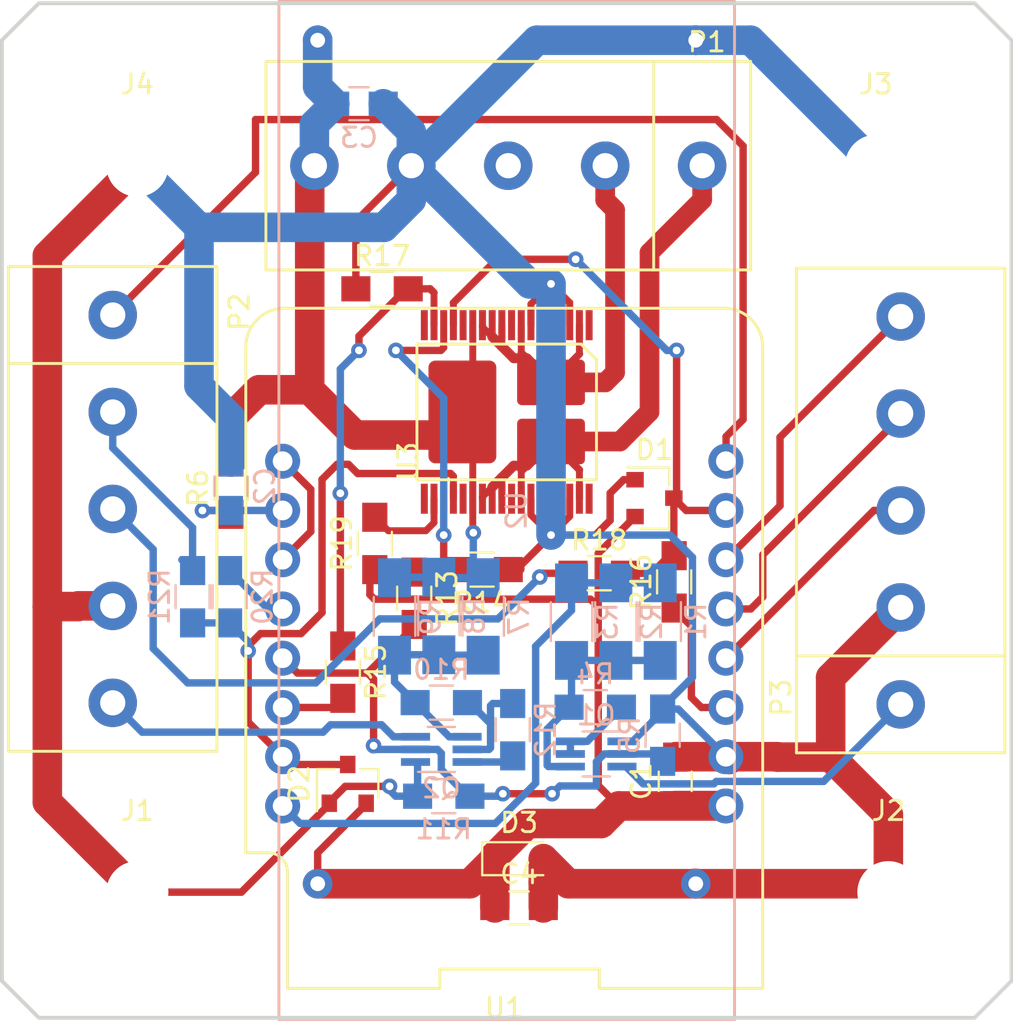
<source format=kicad_pcb>
(kicad_pcb (version 20170123) (host pcbnew "(2017-02-14 revision 58ed546)-master")

  (general
    (links 107)
    (no_connects 0)
    (area 107.033183 43.889359 159.303185 97.03686)
    (thickness 1.6)
    (drawings 9)
    (tracks 373)
    (zones 0)
    (modules 40)
    (nets 31)
  )

  (page A4)
  (layers
    (0 F.Cu signal)
    (31 B.Cu signal)
    (32 B.Adhes user)
    (33 F.Adhes user)
    (34 B.Paste user)
    (35 F.Paste user)
    (36 B.SilkS user)
    (37 F.SilkS user)
    (38 B.Mask user)
    (39 F.Mask user)
    (40 Dwgs.User user)
    (41 Cmts.User user)
    (42 Eco1.User user)
    (43 Eco2.User user)
    (44 Edge.Cuts user)
    (45 Margin user)
    (46 B.CrtYd user)
    (47 F.CrtYd user)
    (48 B.Fab user)
    (49 F.Fab user)
  )

  (setup
    (last_trace_width 1.524)
    (user_trace_width 0.2032)
    (user_trace_width 0.254)
    (user_trace_width 0.3556)
    (user_trace_width 0.381)
    (user_trace_width 0.508)
    (user_trace_width 0.762)
    (user_trace_width 1.016)
    (user_trace_width 1.524)
    (trace_clearance 0.14)
    (zone_clearance 0.508)
    (zone_45_only no)
    (trace_min 0.2)
    (segment_width 0.2)
    (edge_width 0.2)
    (via_size 0.8)
    (via_drill 0.4)
    (via_min_size 0.4)
    (via_min_drill 0.3)
    (uvia_size 0.3)
    (uvia_drill 0.1)
    (uvias_allowed no)
    (uvia_min_size 0.2)
    (uvia_min_drill 0.1)
    (pcb_text_width 0.3)
    (pcb_text_size 1.5 1.5)
    (mod_edge_width 0.15)
    (mod_text_size 1 1)
    (mod_text_width 0.15)
    (pad_size 4.2 4.2)
    (pad_drill 3.02)
    (pad_to_mask_clearance 0.2)
    (aux_axis_origin 0 0)
    (visible_elements FFFFFF9F)
    (pcbplotparams
      (layerselection 0x00030_ffffffff)
      (usegerberextensions false)
      (excludeedgelayer true)
      (linewidth 0.100000)
      (plotframeref false)
      (viasonmask false)
      (mode 1)
      (useauxorigin false)
      (hpglpennumber 1)
      (hpglpenspeed 20)
      (hpglpendiameter 15)
      (psnegative false)
      (psa4output false)
      (plotreference true)
      (plotvalue true)
      (plotinvisibletext false)
      (padsonsilk false)
      (subtractmaskfromsilk false)
      (outputformat 1)
      (mirror false)
      (drillshape 1)
      (scaleselection 1)
      (outputdirectory ""))
  )

  (net 0 "")
  (net 1 GND)
  (net 2 /BATT+)
  (net 3 VCC)
  (net 4 /EN_DIAG_B)
  (net 5 /EN_DRIVER)
  (net 6 /SW_A)
  (net 7 /MOT_PWM)
  (net 8 /EN_A)
  (net 9 /SW_B)
  (net 10 /EN_B)
  (net 11 /3V3)
  (net 12 /WAKEUP)
  (net 13 "Net-(C2-Pad1)")
  (net 14 /SWITCH_B)
  (net 15 /SWITCH_A)
  (net 16 /SW_V+)
  (net 17 /SER_3V3)
  (net 18 /OW)
  (net 19 /SDA)
  (net 20 /SCL)
  (net 21 "Net-(Q1-Pad5)")
  (net 22 "Net-(Q1-Pad4)")
  (net 23 "Net-(Q2-Pad4)")
  (net 24 "Net-(Q2-Pad5)")
  (net 25 "Net-(Q2-Pad6)")
  (net 26 "Net-(R15-Pad1)")
  (net 27 /MOT_A)
  (net 28 /MOT_B)
  (net 29 "Net-(R19-Pad2)")
  (net 30 /TX)

  (net_class Default "This is the default net class."
    (clearance 0.14)
    (trace_width 0.25)
    (via_dia 0.8)
    (via_drill 0.4)
    (uvia_dia 0.3)
    (uvia_drill 0.1)
    (add_net /3V3)
    (add_net /BATT+)
    (add_net /EN_A)
    (add_net /EN_B)
    (add_net /EN_DIAG_B)
    (add_net /EN_DRIVER)
    (add_net /MOT_A)
    (add_net /MOT_B)
    (add_net /MOT_PWM)
    (add_net /OW)
    (add_net /SCL)
    (add_net /SDA)
    (add_net /SER_3V3)
    (add_net /SWITCH_A)
    (add_net /SWITCH_B)
    (add_net /SW_A)
    (add_net /SW_B)
    (add_net /SW_V+)
    (add_net /TX)
    (add_net /WAKEUP)
    (add_net GND)
    (add_net "Net-(C2-Pad1)")
    (add_net "Net-(Q1-Pad4)")
    (add_net "Net-(Q1-Pad5)")
    (add_net "Net-(Q2-Pad4)")
    (add_net "Net-(Q2-Pad5)")
    (add_net "Net-(Q2-Pad6)")
    (add_net "Net-(R15-Pad1)")
    (add_net "Net-(R19-Pad2)")
    (add_net VCC)
  )

  (module Resistors_SMD:R_0805_HandSoldering (layer B.Cu) (tedit 58AADA1D) (tstamp 58B30394)
    (at 129.794 80.264 180)
    (descr "Resistor SMD 0805, hand soldering")
    (tags "resistor 0805")
    (path /58A35814)
    (attr smd)
    (fp_text reference R10 (at 0 1.7 180) (layer B.SilkS)
      (effects (font (size 1 1) (thickness 0.15)) (justify mirror))
    )
    (fp_text value 100k (at 0 -1.75 180) (layer B.Fab)
      (effects (font (size 1 1) (thickness 0.15)) (justify mirror))
    )
    (fp_line (start 2.35 -0.9) (end -2.35 -0.9) (layer B.CrtYd) (width 0.05))
    (fp_line (start 2.35 -0.9) (end 2.35 0.9) (layer B.CrtYd) (width 0.05))
    (fp_line (start -2.35 0.9) (end -2.35 -0.9) (layer B.CrtYd) (width 0.05))
    (fp_line (start -2.35 0.9) (end 2.35 0.9) (layer B.CrtYd) (width 0.05))
    (fp_line (start -0.6 0.88) (end 0.6 0.88) (layer B.SilkS) (width 0.12))
    (fp_line (start 0.6 -0.88) (end -0.6 -0.88) (layer B.SilkS) (width 0.12))
    (fp_line (start -1 0.62) (end 1 0.62) (layer B.Fab) (width 0.1))
    (fp_line (start 1 0.62) (end 1 -0.62) (layer B.Fab) (width 0.1))
    (fp_line (start 1 -0.62) (end -1 -0.62) (layer B.Fab) (width 0.1))
    (fp_line (start -1 -0.62) (end -1 0.62) (layer B.Fab) (width 0.1))
    (fp_text user %R (at 0 1.7 180) (layer B.Fab)
      (effects (font (size 1 1) (thickness 0.15)) (justify mirror))
    )
    (pad 2 smd rect (at 1.35 0 180) (size 1.5 1.3) (layers B.Cu B.Paste B.Mask)
      (net 23 "Net-(Q2-Pad4)"))
    (pad 1 smd rect (at -1.35 0 180) (size 1.5 1.3) (layers B.Cu B.Paste B.Mask)
      (net 24 "Net-(Q2-Pad5)"))
    (model Resistors_SMD.3dshapes/R_0805.wrl
      (at (xyz 0 0 0))
      (scale (xyz 1 1 1))
      (rotate (xyz 0 0 0))
    )
  )

  (module Resistors_SMD:R_1206_HandSoldering (layer B.Cu) (tedit 58AADA36) (tstamp 58B3038E)
    (at 127.381 75.819 90)
    (descr "Resistor SMD 1206, hand soldering")
    (tags "resistor 1206")
    (path /58B2CBA2)
    (attr smd)
    (fp_text reference R9 (at 0 1.85 90) (layer B.SilkS)
      (effects (font (size 1 1) (thickness 0.15)) (justify mirror))
    )
    (fp_text value 100 (at 0 -1.9 90) (layer B.Fab)
      (effects (font (size 1 1) (thickness 0.15)) (justify mirror))
    )
    (fp_text user %R (at 0 1.85 90) (layer B.Fab)
      (effects (font (size 1 1) (thickness 0.15)) (justify mirror))
    )
    (fp_line (start -1.6 -0.8) (end -1.6 0.8) (layer B.Fab) (width 0.1))
    (fp_line (start 1.6 -0.8) (end -1.6 -0.8) (layer B.Fab) (width 0.1))
    (fp_line (start 1.6 0.8) (end 1.6 -0.8) (layer B.Fab) (width 0.1))
    (fp_line (start -1.6 0.8) (end 1.6 0.8) (layer B.Fab) (width 0.1))
    (fp_line (start 1 -1.07) (end -1 -1.07) (layer B.SilkS) (width 0.12))
    (fp_line (start -1 1.07) (end 1 1.07) (layer B.SilkS) (width 0.12))
    (fp_line (start -3.25 1.11) (end 3.25 1.11) (layer B.CrtYd) (width 0.05))
    (fp_line (start -3.25 1.11) (end -3.25 -1.1) (layer B.CrtYd) (width 0.05))
    (fp_line (start 3.25 -1.1) (end 3.25 1.11) (layer B.CrtYd) (width 0.05))
    (fp_line (start 3.25 -1.1) (end -3.25 -1.1) (layer B.CrtYd) (width 0.05))
    (pad 1 smd rect (at -2 0 90) (size 2 1.7) (layers B.Cu B.Paste B.Mask)
      (net 23 "Net-(Q2-Pad4)"))
    (pad 2 smd rect (at 2 0 90) (size 2 1.7) (layers B.Cu B.Paste B.Mask)
      (net 2 /BATT+))
    (model Resistors_SMD.3dshapes/R_1206.wrl
      (at (xyz 0 0 0))
      (scale (xyz 1 1 1))
      (rotate (xyz 0 0 0))
    )
  )

  (module Resistors_SMD:R_1206_HandSoldering (layer B.Cu) (tedit 58AADA36) (tstamp 58B30388)
    (at 129.667 75.796451 90)
    (descr "Resistor SMD 1206, hand soldering")
    (tags "resistor 1206")
    (path /58A34716)
    (attr smd)
    (fp_text reference R8 (at 0 1.85 90) (layer B.SilkS)
      (effects (font (size 1 1) (thickness 0.15)) (justify mirror))
    )
    (fp_text value 100 (at 0.127 -2.159 90) (layer B.Fab)
      (effects (font (size 1 1) (thickness 0.15)) (justify mirror))
    )
    (fp_line (start 3.25 -1.1) (end -3.25 -1.1) (layer B.CrtYd) (width 0.05))
    (fp_line (start 3.25 -1.1) (end 3.25 1.11) (layer B.CrtYd) (width 0.05))
    (fp_line (start -3.25 1.11) (end -3.25 -1.1) (layer B.CrtYd) (width 0.05))
    (fp_line (start -3.25 1.11) (end 3.25 1.11) (layer B.CrtYd) (width 0.05))
    (fp_line (start -1 1.07) (end 1 1.07) (layer B.SilkS) (width 0.12))
    (fp_line (start 1 -1.07) (end -1 -1.07) (layer B.SilkS) (width 0.12))
    (fp_line (start -1.6 0.8) (end 1.6 0.8) (layer B.Fab) (width 0.1))
    (fp_line (start 1.6 0.8) (end 1.6 -0.8) (layer B.Fab) (width 0.1))
    (fp_line (start 1.6 -0.8) (end -1.6 -0.8) (layer B.Fab) (width 0.1))
    (fp_line (start -1.6 -0.8) (end -1.6 0.8) (layer B.Fab) (width 0.1))
    (fp_text user %R (at 0 1.85 90) (layer B.Fab)
      (effects (font (size 1 1) (thickness 0.15)) (justify mirror))
    )
    (pad 2 smd rect (at 2 0 90) (size 2 1.7) (layers B.Cu B.Paste B.Mask)
      (net 2 /BATT+))
    (pad 1 smd rect (at -2 0 90) (size 2 1.7) (layers B.Cu B.Paste B.Mask)
      (net 23 "Net-(Q2-Pad4)"))
    (model Resistors_SMD.3dshapes/R_1206.wrl
      (at (xyz 0 0 0))
      (scale (xyz 1 1 1))
      (rotate (xyz 0 0 0))
    )
  )

  (module Resistors_SMD:R_1206_HandSoldering (layer B.Cu) (tedit 58AADA36) (tstamp 58B30382)
    (at 131.953 75.819 90)
    (descr "Resistor SMD 1206, hand soldering")
    (tags "resistor 1206")
    (path /58A358CF)
    (attr smd)
    (fp_text reference R7 (at 0 1.85 90) (layer B.SilkS)
      (effects (font (size 1 1) (thickness 0.15)) (justify mirror))
    )
    (fp_text value 100 (at 0 -1.9 90) (layer B.Fab)
      (effects (font (size 1 1) (thickness 0.15)) (justify mirror))
    )
    (fp_line (start 3.25 -1.1) (end -3.25 -1.1) (layer B.CrtYd) (width 0.05))
    (fp_line (start 3.25 -1.1) (end 3.25 1.11) (layer B.CrtYd) (width 0.05))
    (fp_line (start -3.25 1.11) (end -3.25 -1.1) (layer B.CrtYd) (width 0.05))
    (fp_line (start -3.25 1.11) (end 3.25 1.11) (layer B.CrtYd) (width 0.05))
    (fp_line (start -1 1.07) (end 1 1.07) (layer B.SilkS) (width 0.12))
    (fp_line (start 1 -1.07) (end -1 -1.07) (layer B.SilkS) (width 0.12))
    (fp_line (start -1.6 0.8) (end 1.6 0.8) (layer B.Fab) (width 0.1))
    (fp_line (start 1.6 0.8) (end 1.6 -0.8) (layer B.Fab) (width 0.1))
    (fp_line (start 1.6 -0.8) (end -1.6 -0.8) (layer B.Fab) (width 0.1))
    (fp_line (start -1.6 -0.8) (end -1.6 0.8) (layer B.Fab) (width 0.1))
    (fp_text user %R (at 0 1.85 90) (layer B.Fab)
      (effects (font (size 1 1) (thickness 0.15)) (justify mirror))
    )
    (pad 2 smd rect (at 2 0 90) (size 2 1.7) (layers B.Cu B.Paste B.Mask)
      (net 2 /BATT+))
    (pad 1 smd rect (at -2 0 90) (size 2 1.7) (layers B.Cu B.Paste B.Mask)
      (net 23 "Net-(Q2-Pad4)"))
    (model Resistors_SMD.3dshapes/R_1206.wrl
      (at (xyz 0 0 0))
      (scale (xyz 1 1 1))
      (rotate (xyz 0 0 0))
    )
  )

  (module horizontal-cable-lentry-1317:SIP-5_1317 (layer F.Cu) (tedit 58B2E48D) (tstamp 58B3033B)
    (at 112.848184 70.27436 270)
    (path /58A2038D)
    (fp_text reference P2 (at -10.16 -6.531816 270) (layer F.SilkS)
      (effects (font (size 1 1) (thickness 0.15)))
    )
    (fp_text value CONN_SW (at -4.23436 -6.531816 270) (layer F.Fab)
      (effects (font (size 1 1) (thickness 0.15)))
    )
    (fp_line (start -12.65 5.55) (end -12.65 -5.55) (layer F.CrtYd) (width 0.05))
    (fp_line (start 12.65 5.55) (end -12.65 5.55) (layer F.CrtYd) (width 0.05))
    (fp_line (start 12.65 -5.55) (end 12.65 5.55) (layer F.CrtYd) (width 0.05))
    (fp_line (start -12.65 -5.55) (end 12.65 -5.55) (layer F.CrtYd) (width 0.05))
    (fp_line (start -7.5 -5.375) (end -7.5 5.375) (layer F.SilkS) (width 0.15))
    (fp_line (start -12.5 5.375) (end -12.5 -5.375) (layer F.SilkS) (width 0.15))
    (fp_line (start 12.5 5.375) (end -12.5 5.375) (layer F.SilkS) (width 0.15))
    (fp_line (start 12.5 -5.375) (end 12.5 5.375) (layer F.SilkS) (width 0.15))
    (fp_line (start -12.5 -5.375) (end 12.5 -5.375) (layer F.SilkS) (width 0.15))
    (pad 5 thru_hole circle (at 10 0 270) (size 2.5 2.5) (drill 1.3) (layers *.Cu *.Mask)
      (net 16 /SW_V+))
    (pad 4 thru_hole circle (at 5 0 270) (size 2.5 2.5) (drill 1.3) (layers *.Cu *.Mask)
      (net 1 GND))
    (pad 3 thru_hole circle (at 0 0 270) (size 2.5 2.5) (drill 1.3) (layers *.Cu *.Mask)
      (net 15 /SWITCH_A))
    (pad 2 thru_hole circle (at -5 0 270) (size 2.5 2.5) (drill 1.3) (layers *.Cu *.Mask)
      (net 14 /SWITCH_B))
    (pad 1 thru_hole circle (at -10 0 270) (size 2.5 2.5) (drill 1.3) (layers *.Cu *.Mask)
      (net 30 /TX))
    (model ${KIPRJMOD}/../../kicad/3d/horizontal-cable-entry-3137/horizontal-cable-entry-3137-5.wrl
      (at (xyz 0 0 0.2440944881889764))
      (scale (xyz 0.393700787 0.393700787 0.393700787))
      (rotate (xyz 0 0 0))
    )
  )

  (module n9505-step-down-footprint:step-down-n9505 locked (layer B.Cu) (tedit 58B35372) (tstamp 58B36270)
    (at 133.168184 70.35436 270)
    (path /58A29F62)
    (fp_text reference U2 (at 0 -0.5 270) (layer B.SilkS)
      (effects (font (size 1 1) (thickness 0.15)) (justify mirror))
    )
    (fp_text value N9505 (at 0 0.5 270) (layer B.Fab)
      (effects (font (size 1 1) (thickness 0.15)) (justify mirror))
    )
    (fp_line (start -26.25 -11.75) (end 26.25 -11.75) (layer B.SilkS) (width 0.15))
    (fp_line (start 26.25 11.75) (end 26.25 -11.75) (layer B.SilkS) (width 0.15))
    (fp_line (start -26.25 11.75) (end 26.25 11.75) (layer B.SilkS) (width 0.15))
    (fp_line (start -26.25 11.75) (end -26.25 -11.75) (layer B.SilkS) (width 0.15))
    (pad 1 thru_hole circle (at -24.25 9.75 270) (size 1.524 1.524) (drill 0.762) (layers *.Cu *.Mask)
      (net 2 /BATT+))
    (pad 2 thru_hole circle (at -24.25 -9.75 270) (size 1.524 1.524) (drill 0.762) (layers *.Cu *.Mask)
      (net 1 GND))
    (pad 3 thru_hole circle (at 19.25 -9.75 270) (size 1.524 1.524) (drill 0.762) (layers *.Cu *.Mask)
      (net 1 GND))
    (pad 4 thru_hole circle (at 19.25 9.75 270) (size 1.524 1.524) (drill 0.762) (layers *.Cu *.Mask)
      (net 3 VCC))
    (model ${KIPRJMOD}/../../kicad/3d/step-down-n9505.wrl
      (at (xyz 0 0 0.1574803149606299))
      (scale (xyz 0.3937 0.3937 0.3937))
      (rotate (xyz 0 0 0))
    )
  )

  (module PowerSSO-36-TP:PowerSOIC-36 (layer F.Cu) (tedit 58B36792) (tstamp 58B37B83)
    (at 133.168184 65.27436 180)
    (path /58A23F29)
    (attr smd)
    (fp_text reference U3 (at 5.08 -2.54 270) (layer F.SilkS)
      (effects (font (size 1 1) (thickness 0.15)))
    )
    (fp_text value VHN5180A-E (at -6.35 0 270) (layer F.Fab)
      (effects (font (size 1 1) (thickness 0.15)))
    )
    (fp_line (start -3.83 3.5) (end -4.63 2.7) (layer F.SilkS) (width 0.15))
    (fp_line (start -4.63 2.7) (end -4.63 -3.5) (layer F.SilkS) (width 0.15))
    (fp_line (start -4.63 -3.5) (end 4.63 -3.5) (layer F.SilkS) (width 0.15))
    (fp_line (start 4.63 -3.5) (end 4.63 3.5) (layer F.SilkS) (width 0.15))
    (fp_line (start 4.63 3.5) (end -3.83 3.5) (layer F.SilkS) (width 0.15))
    (fp_line (start -4.8 -3.65) (end 4.8 -3.65) (layer F.CrtYd) (width 0.05))
    (fp_line (start 4.8 -3.65) (end 4.8 3.65) (layer F.CrtYd) (width 0.05))
    (fp_line (start 4.8 3.65) (end -4.8 3.65) (layer F.CrtYd) (width 0.05))
    (fp_line (start -4.8 3.65) (end -4.8 -3.65) (layer F.CrtYd) (width 0.05))
    (pad 36 smd rect (at -4.25 -4.475 180) (size 0.36 1.55) (layers F.Cu F.Paste F.Mask))
    (pad 1 smd rect (at -4.25 4.475 180) (size 0.36 1.55) (layers F.Cu F.Paste F.Mask))
    (pad 35 smd rect (at -3.75 -4.475 180) (size 0.36 1.55) (layers F.Cu F.Paste F.Mask)
      (net 28 /MOT_B))
    (pad 2 smd rect (at -3.75 4.475 180) (size 0.36 1.55) (layers F.Cu F.Paste F.Mask)
      (net 27 /MOT_A))
    (pad 34 smd rect (at -3.25 -4.475 180) (size 0.36 1.55) (layers F.Cu F.Paste F.Mask)
      (net 1 GND))
    (pad 3 smd rect (at -3.25 4.475 180) (size 0.36 1.55) (layers F.Cu F.Paste F.Mask)
      (net 1 GND))
    (pad 33 smd rect (at -2.75 -4.475 180) (size 0.36 1.55) (layers F.Cu F.Paste F.Mask)
      (net 1 GND))
    (pad 4 smd rect (at -2.75 4.475 180) (size 0.36 1.55) (layers F.Cu F.Paste F.Mask)
      (net 1 GND))
    (pad 32 smd rect (at -2.25 -4.475 180) (size 0.36 1.55) (layers F.Cu F.Paste F.Mask))
    (pad 5 smd rect (at -2.25 4.475 180) (size 0.36 1.55) (layers F.Cu F.Paste F.Mask))
    (pad 31 smd rect (at -1.75 -4.475 180) (size 0.36 1.55) (layers F.Cu F.Paste F.Mask)
      (net 1 GND))
    (pad 6 smd rect (at -1.75 4.475 180) (size 0.36 1.55) (layers F.Cu F.Paste F.Mask)
      (net 1 GND))
    (pad 30 smd rect (at -1.25 -4.475 180) (size 0.36 1.55) (layers F.Cu F.Paste F.Mask)
      (net 1 GND))
    (pad 7 smd rect (at -1.25 4.475 180) (size 0.36 1.55) (layers F.Cu F.Paste F.Mask)
      (net 1 GND))
    (pad 29 smd rect (at -0.75 -4.475 180) (size 0.36 1.55) (layers F.Cu F.Paste F.Mask)
      (net 28 /MOT_B))
    (pad 8 smd rect (at -0.75 4.475 180) (size 0.36 1.55) (layers F.Cu F.Paste F.Mask)
      (net 27 /MOT_A))
    (pad 28 smd rect (at -0.25 -4.475 180) (size 0.36 1.55) (layers F.Cu F.Paste F.Mask))
    (pad 9 smd rect (at -0.25 4.475 180) (size 0.36 1.55) (layers F.Cu F.Paste F.Mask))
    (pad 27 smd rect (at 0.25 -4.475 180) (size 0.36 1.55) (layers F.Cu F.Paste F.Mask)
      (net 28 /MOT_B))
    (pad 10 smd rect (at 0.25 4.475 180) (size 0.36 1.55) (layers F.Cu F.Paste F.Mask)
      (net 27 /MOT_A))
    (pad 26 smd rect (at 0.75 -4.475 180) (size 0.36 1.55) (layers F.Cu F.Paste F.Mask)
      (net 28 /MOT_B))
    (pad 11 smd rect (at 0.75 4.475 180) (size 0.36 1.55) (layers F.Cu F.Paste F.Mask)
      (net 27 /MOT_A))
    (pad 25 smd rect (at 1.25 -4.475 180) (size 0.36 1.55) (layers F.Cu F.Paste F.Mask)
      (net 28 /MOT_B))
    (pad 12 smd rect (at 1.25 4.475 180) (size 0.36 1.55) (layers F.Cu F.Paste F.Mask)
      (net 27 /MOT_A))
    (pad 24 smd rect (at 1.75 -4.475 180) (size 0.36 1.55) (layers F.Cu F.Paste F.Mask)
      (net 2 /BATT+))
    (pad 13 smd rect (at 1.75 4.475 180) (size 0.36 1.55) (layers F.Cu F.Paste F.Mask)
      (net 2 /BATT+))
    (pad 23 smd rect (at 2.25 -4.475 180) (size 0.36 1.55) (layers F.Cu F.Paste F.Mask))
    (pad 14 smd rect (at 2.25 4.475 180) (size 0.36 1.55) (layers F.Cu F.Paste F.Mask))
    (pad 22 smd rect (at 2.75 -4.475 180) (size 0.36 1.55) (layers F.Cu F.Paste F.Mask)
      (net 9 /SW_B))
    (pad 15 smd rect (at 2.75 4.475 180) (size 0.36 1.55) (layers F.Cu F.Paste F.Mask)
      (net 6 /SW_A))
    (pad 21 smd rect (at 3.25 -4.475 180) (size 0.36 1.55) (layers F.Cu F.Paste F.Mask)
      (net 4 /EN_DIAG_B))
    (pad 16 smd rect (at 3.25 4.475 180) (size 0.36 1.55) (layers F.Cu F.Paste F.Mask)
      (net 4 /EN_DIAG_B))
    (pad 20 smd rect (at 3.75 -4.475 180) (size 0.36 1.55) (layers F.Cu F.Paste F.Mask)
      (net 29 "Net-(R19-Pad2)"))
    (pad 17 smd rect (at 3.75 4.475 180) (size 0.36 1.55) (layers F.Cu F.Paste F.Mask)
      (net 26 "Net-(R15-Pad1)"))
    (pad 19 smd rect (at 4.25 -4.475 180) (size 0.36 1.55) (layers F.Cu F.Paste F.Mask))
    (pad 18 smd rect (at 4.25 4.475 180) (size 0.36 1.55) (layers F.Cu F.Paste F.Mask))
    (pad 38 smd roundrect (at -2.286 1.524 180) (size 3.5 2.35) (layers F.Cu F.Paste F.Mask)(roundrect_rratio 0.1)
      (net 27 /MOT_A))
    (pad 39 smd roundrect (at -2.286 -1.524 180) (size 3.5 2.35) (layers F.Cu F.Paste F.Mask)(roundrect_rratio 0.1)
      (net 28 /MOT_B))
    (pad 37 smd roundrect (at 2.286 0 180) (size 3.5 5.3) (layers F.Cu F.Paste F.Mask)(roundrect_rratio 0.1)
      (net 2 /BATT+))
    (model ${KIPRJMOD}/../../kicad/3d/PowerSSO-36/PowerSSO-36.wrl
      (at (xyz 0 0 0))
      (scale (xyz 0.393700787 0.393700787 0.393700787))
      (rotate (xyz -90 0 90))
    )
  )

  (module horizontal-cable-lentry-1317:SIP-5_1317 locked (layer F.Cu) (tedit 58B2E48D) (tstamp 58B30332)
    (at 133.248184 52.57436 180)
    (path /58A20256)
    (fp_text reference P1 (at -10.24 6.375 180) (layer F.SilkS)
      (effects (font (size 1 1) (thickness 0.15)))
    )
    (fp_text value CONN_BATT/MOT (at -1.35 6.35 180) (layer F.Fab)
      (effects (font (size 1 1) (thickness 0.15)))
    )
    (fp_line (start -12.5 -5.375) (end 12.5 -5.375) (layer F.SilkS) (width 0.15))
    (fp_line (start 12.5 -5.375) (end 12.5 5.375) (layer F.SilkS) (width 0.15))
    (fp_line (start 12.5 5.375) (end -12.5 5.375) (layer F.SilkS) (width 0.15))
    (fp_line (start -12.5 5.375) (end -12.5 -5.375) (layer F.SilkS) (width 0.15))
    (fp_line (start -7.5 -5.375) (end -7.5 5.375) (layer F.SilkS) (width 0.15))
    (fp_line (start -12.65 -5.55) (end 12.65 -5.55) (layer F.CrtYd) (width 0.05))
    (fp_line (start 12.65 -5.55) (end 12.65 5.55) (layer F.CrtYd) (width 0.05))
    (fp_line (start 12.65 5.55) (end -12.65 5.55) (layer F.CrtYd) (width 0.05))
    (fp_line (start -12.65 5.55) (end -12.65 -5.55) (layer F.CrtYd) (width 0.05))
    (pad 1 thru_hole circle (at -10 0 180) (size 2.5 2.5) (drill 1.3) (layers *.Cu *.Mask)
      (net 28 /MOT_B))
    (pad 2 thru_hole circle (at -5 0 180) (size 2.5 2.5) (drill 1.3) (layers *.Cu *.Mask)
      (net 27 /MOT_A))
    (pad 3 thru_hole circle (at 0 0 180) (size 2.5 2.5) (drill 1.3) (layers *.Cu *.Mask))
    (pad 4 thru_hole circle (at 5 0 180) (size 2.5 2.5) (drill 1.3) (layers *.Cu *.Mask)
      (net 1 GND))
    (pad 5 thru_hole circle (at 10 0 180) (size 2.5 2.5) (drill 1.3) (layers *.Cu *.Mask)
      (net 2 /BATT+))
    (model ${KIPRJMOD}/../../kicad/3d/horizontal-cable-entry-3137/horizontal-cable-entry-3137-5.wrl
      (at (xyz 0 0 0.2440944881889764))
      (scale (xyz 0.393700787 0.393700787 0.393700787))
      (rotate (xyz 0 0 0))
    )
  )

  (module Capacitors_SMD:C_0805_HandSoldering (layer F.Cu) (tedit 58AA84A8) (tstamp 58B30303)
    (at 141.859 84.32436 90)
    (descr "Capacitor SMD 0805, hand soldering")
    (tags "capacitor 0805")
    (path /58A2E7AF)
    (attr smd)
    (fp_text reference C1 (at 0 -1.75 90) (layer F.SilkS)
      (effects (font (size 1 1) (thickness 0.15)))
    )
    (fp_text value 1µ (at 0 1.75 90) (layer F.Fab)
      (effects (font (size 1 1) (thickness 0.15)))
    )
    (fp_text user %R (at 0 -1.75 90) (layer F.Fab)
      (effects (font (size 1 1) (thickness 0.15)))
    )
    (fp_line (start -1 0.62) (end -1 -0.62) (layer F.Fab) (width 0.1))
    (fp_line (start 1 0.62) (end -1 0.62) (layer F.Fab) (width 0.1))
    (fp_line (start 1 -0.62) (end 1 0.62) (layer F.Fab) (width 0.1))
    (fp_line (start -1 -0.62) (end 1 -0.62) (layer F.Fab) (width 0.1))
    (fp_line (start 0.5 -0.85) (end -0.5 -0.85) (layer F.SilkS) (width 0.12))
    (fp_line (start -0.5 0.85) (end 0.5 0.85) (layer F.SilkS) (width 0.12))
    (fp_line (start -2.25 -0.88) (end 2.25 -0.88) (layer F.CrtYd) (width 0.05))
    (fp_line (start -2.25 -0.88) (end -2.25 0.87) (layer F.CrtYd) (width 0.05))
    (fp_line (start 2.25 0.87) (end 2.25 -0.88) (layer F.CrtYd) (width 0.05))
    (fp_line (start 2.25 0.87) (end -2.25 0.87) (layer F.CrtYd) (width 0.05))
    (pad 1 smd rect (at -1.25 0 90) (size 1.5 1.25) (layers F.Cu F.Paste F.Mask)
      (net 3 VCC))
    (pad 2 smd rect (at 1.25 0 90) (size 1.5 1.25) (layers F.Cu F.Paste F.Mask)
      (net 1 GND))
    (model Capacitors_SMD.3dshapes/C_0805.wrl
      (at (xyz 0 0 0))
      (scale (xyz 1 1 1))
      (rotate (xyz 0 0 0))
    )
  )

  (module Capacitors_SMD:C_0805_HandSoldering (layer B.Cu) (tedit 58AA84A8) (tstamp 58B30309)
    (at 118.944184 69.10436 90)
    (descr "Capacitor SMD 0805, hand soldering")
    (tags "capacitor 0805")
    (path /5888FEDD)
    (attr smd)
    (fp_text reference C2 (at 0 1.75 90) (layer B.SilkS)
      (effects (font (size 1 1) (thickness 0.15)) (justify mirror))
    )
    (fp_text value 1µ (at 0 -1.75 90) (layer B.Fab)
      (effects (font (size 1 1) (thickness 0.15)) (justify mirror))
    )
    (fp_line (start 2.25 -0.87) (end -2.25 -0.87) (layer B.CrtYd) (width 0.05))
    (fp_line (start 2.25 -0.87) (end 2.25 0.88) (layer B.CrtYd) (width 0.05))
    (fp_line (start -2.25 0.88) (end -2.25 -0.87) (layer B.CrtYd) (width 0.05))
    (fp_line (start -2.25 0.88) (end 2.25 0.88) (layer B.CrtYd) (width 0.05))
    (fp_line (start -0.5 -0.85) (end 0.5 -0.85) (layer B.SilkS) (width 0.12))
    (fp_line (start 0.5 0.85) (end -0.5 0.85) (layer B.SilkS) (width 0.12))
    (fp_line (start -1 0.62) (end 1 0.62) (layer B.Fab) (width 0.1))
    (fp_line (start 1 0.62) (end 1 -0.62) (layer B.Fab) (width 0.1))
    (fp_line (start 1 -0.62) (end -1 -0.62) (layer B.Fab) (width 0.1))
    (fp_line (start -1 -0.62) (end -1 0.62) (layer B.Fab) (width 0.1))
    (fp_text user %R (at 0 1.75 90) (layer B.Fab)
      (effects (font (size 1 1) (thickness 0.15)) (justify mirror))
    )
    (pad 2 smd rect (at 1.25 0 90) (size 1.5 1.25) (layers B.Cu B.Paste B.Mask)
      (net 1 GND))
    (pad 1 smd rect (at -1.25 0 90) (size 1.5 1.25) (layers B.Cu B.Paste B.Mask)
      (net 13 "Net-(C2-Pad1)"))
    (model Capacitors_SMD.3dshapes/C_0805.wrl
      (at (xyz 0 0 0))
      (scale (xyz 1 1 1))
      (rotate (xyz 0 0 0))
    )
  )

  (module Capacitors_SMD:C_0805_HandSoldering (layer B.Cu) (tedit 58AA84A8) (tstamp 58B3030F)
    (at 125.548184 49.37936)
    (descr "Capacitor SMD 0805, hand soldering")
    (tags "capacitor 0805")
    (path /58A1E96E)
    (attr smd)
    (fp_text reference C3 (at 0 1.75) (layer B.SilkS)
      (effects (font (size 1 1) (thickness 0.15)) (justify mirror))
    )
    (fp_text value 1µ (at 0 -1.75) (layer B.Fab)
      (effects (font (size 1 1) (thickness 0.15)) (justify mirror))
    )
    (fp_text user %R (at 0 1.75) (layer B.Fab)
      (effects (font (size 1 1) (thickness 0.15)) (justify mirror))
    )
    (fp_line (start -1 -0.62) (end -1 0.62) (layer B.Fab) (width 0.1))
    (fp_line (start 1 -0.62) (end -1 -0.62) (layer B.Fab) (width 0.1))
    (fp_line (start 1 0.62) (end 1 -0.62) (layer B.Fab) (width 0.1))
    (fp_line (start -1 0.62) (end 1 0.62) (layer B.Fab) (width 0.1))
    (fp_line (start 0.5 0.85) (end -0.5 0.85) (layer B.SilkS) (width 0.12))
    (fp_line (start -0.5 -0.85) (end 0.5 -0.85) (layer B.SilkS) (width 0.12))
    (fp_line (start -2.25 0.88) (end 2.25 0.88) (layer B.CrtYd) (width 0.05))
    (fp_line (start -2.25 0.88) (end -2.25 -0.87) (layer B.CrtYd) (width 0.05))
    (fp_line (start 2.25 -0.87) (end 2.25 0.88) (layer B.CrtYd) (width 0.05))
    (fp_line (start 2.25 -0.87) (end -2.25 -0.87) (layer B.CrtYd) (width 0.05))
    (pad 1 smd rect (at -1.25 0) (size 1.5 1.25) (layers B.Cu B.Paste B.Mask)
      (net 2 /BATT+))
    (pad 2 smd rect (at 1.25 0) (size 1.5 1.25) (layers B.Cu B.Paste B.Mask)
      (net 1 GND))
    (model Capacitors_SMD.3dshapes/C_0805.wrl
      (at (xyz 0 0 0))
      (scale (xyz 1 1 1))
      (rotate (xyz 0 0 0))
    )
  )

  (module Capacitors_SMD:C_0805_HandSoldering (layer F.Cu) (tedit 58AA84A8) (tstamp 58B30315)
    (at 133.805134 90.853398)
    (descr "Capacitor SMD 0805, hand soldering")
    (tags "capacitor 0805")
    (path /58A1F6E4)
    (attr smd)
    (fp_text reference C4 (at 0 -1.75) (layer F.SilkS)
      (effects (font (size 1 1) (thickness 0.15)))
    )
    (fp_text value 1µ (at 0 1.75) (layer F.Fab)
      (effects (font (size 1 1) (thickness 0.15)))
    )
    (fp_line (start 2.25 0.87) (end -2.25 0.87) (layer F.CrtYd) (width 0.05))
    (fp_line (start 2.25 0.87) (end 2.25 -0.88) (layer F.CrtYd) (width 0.05))
    (fp_line (start -2.25 -0.88) (end -2.25 0.87) (layer F.CrtYd) (width 0.05))
    (fp_line (start -2.25 -0.88) (end 2.25 -0.88) (layer F.CrtYd) (width 0.05))
    (fp_line (start -0.5 0.85) (end 0.5 0.85) (layer F.SilkS) (width 0.12))
    (fp_line (start 0.5 -0.85) (end -0.5 -0.85) (layer F.SilkS) (width 0.12))
    (fp_line (start -1 -0.62) (end 1 -0.62) (layer F.Fab) (width 0.1))
    (fp_line (start 1 -0.62) (end 1 0.62) (layer F.Fab) (width 0.1))
    (fp_line (start 1 0.62) (end -1 0.62) (layer F.Fab) (width 0.1))
    (fp_line (start -1 0.62) (end -1 -0.62) (layer F.Fab) (width 0.1))
    (fp_text user %R (at 0 -1.75) (layer F.Fab)
      (effects (font (size 1 1) (thickness 0.15)))
    )
    (pad 2 smd rect (at 1.25 0) (size 1.5 1.25) (layers F.Cu F.Paste F.Mask)
      (net 1 GND))
    (pad 1 smd rect (at -1.25 0) (size 1.5 1.25) (layers F.Cu F.Paste F.Mask)
      (net 3 VCC))
    (model Capacitors_SMD.3dshapes/C_0805.wrl
      (at (xyz 0 0 0))
      (scale (xyz 1 1 1))
      (rotate (xyz 0 0 0))
    )
  )

  (module TO_SOT_Packages_SMD:SOT-23 (layer F.Cu) (tedit 5883B105) (tstamp 58B3031C)
    (at 140.788184 69.71936)
    (descr "SOT-23, Standard")
    (tags SOT-23)
    (path /58A3F6A4)
    (attr smd)
    (fp_text reference D1 (at 0 -2.5) (layer F.SilkS)
      (effects (font (size 1 1) (thickness 0.15)))
    )
    (fp_text value BAT54S (at 0 2.5) (layer F.Fab)
      (effects (font (size 1 1) (thickness 0.15)))
    )
    (fp_line (start 0.76 1.58) (end -0.7 1.58) (layer F.SilkS) (width 0.12))
    (fp_line (start 0.76 -1.58) (end -1.4 -1.58) (layer F.SilkS) (width 0.12))
    (fp_line (start -1.7 1.75) (end -1.7 -1.75) (layer F.CrtYd) (width 0.05))
    (fp_line (start 1.7 1.75) (end -1.7 1.75) (layer F.CrtYd) (width 0.05))
    (fp_line (start 1.7 -1.75) (end 1.7 1.75) (layer F.CrtYd) (width 0.05))
    (fp_line (start -1.7 -1.75) (end 1.7 -1.75) (layer F.CrtYd) (width 0.05))
    (fp_line (start 0.76 -1.58) (end 0.76 -0.65) (layer F.SilkS) (width 0.12))
    (fp_line (start 0.76 1.58) (end 0.76 0.65) (layer F.SilkS) (width 0.12))
    (fp_line (start -0.7 1.52) (end 0.7 1.52) (layer F.Fab) (width 0.1))
    (fp_line (start 0.7 -1.52) (end 0.7 1.52) (layer F.Fab) (width 0.1))
    (fp_line (start -0.7 -0.95) (end -0.15 -1.52) (layer F.Fab) (width 0.1))
    (fp_line (start -0.15 -1.52) (end 0.7 -1.52) (layer F.Fab) (width 0.1))
    (fp_line (start -0.7 -0.95) (end -0.7 1.5) (layer F.Fab) (width 0.1))
    (pad 3 smd rect (at 1 0) (size 0.9 0.8) (layers F.Cu F.Paste F.Mask)
      (net 6 /SW_A))
    (pad 2 smd rect (at -1 0.95) (size 0.9 0.8) (layers F.Cu F.Paste F.Mask)
      (net 3 VCC))
    (pad 1 smd rect (at -1 -0.95) (size 0.9 0.8) (layers F.Cu F.Paste F.Mask)
      (net 1 GND))
    (model TO_SOT_Packages_SMD.3dshapes/SOT-23.wrl
      (at (xyz 0 0 0))
      (scale (xyz 1 1 1))
      (rotate (xyz 0 0 90))
    )
  )

  (module TO_SOT_Packages_SMD:SOT-23 (layer F.Cu) (tedit 5883B105) (tstamp 58B30323)
    (at 124.968 84.455 90)
    (descr "SOT-23, Standard")
    (tags SOT-23)
    (path /58A3FFFE)
    (attr smd)
    (fp_text reference D2 (at 0 -2.5 90) (layer F.SilkS)
      (effects (font (size 1 1) (thickness 0.15)))
    )
    (fp_text value BAT54S (at 0 2.5 90) (layer F.Fab)
      (effects (font (size 1 1) (thickness 0.15)))
    )
    (fp_line (start -0.7 -0.95) (end -0.7 1.5) (layer F.Fab) (width 0.1))
    (fp_line (start -0.15 -1.52) (end 0.7 -1.52) (layer F.Fab) (width 0.1))
    (fp_line (start -0.7 -0.95) (end -0.15 -1.52) (layer F.Fab) (width 0.1))
    (fp_line (start 0.7 -1.52) (end 0.7 1.52) (layer F.Fab) (width 0.1))
    (fp_line (start -0.7 1.52) (end 0.7 1.52) (layer F.Fab) (width 0.1))
    (fp_line (start 0.76 1.58) (end 0.76 0.65) (layer F.SilkS) (width 0.12))
    (fp_line (start 0.76 -1.58) (end 0.76 -0.65) (layer F.SilkS) (width 0.12))
    (fp_line (start -1.7 -1.75) (end 1.7 -1.75) (layer F.CrtYd) (width 0.05))
    (fp_line (start 1.7 -1.75) (end 1.7 1.75) (layer F.CrtYd) (width 0.05))
    (fp_line (start 1.7 1.75) (end -1.7 1.75) (layer F.CrtYd) (width 0.05))
    (fp_line (start -1.7 1.75) (end -1.7 -1.75) (layer F.CrtYd) (width 0.05))
    (fp_line (start 0.76 -1.58) (end -1.4 -1.58) (layer F.SilkS) (width 0.12))
    (fp_line (start 0.76 1.58) (end -0.7 1.58) (layer F.SilkS) (width 0.12))
    (pad 1 smd rect (at -1 -0.95 90) (size 0.9 0.8) (layers F.Cu F.Paste F.Mask)
      (net 1 GND))
    (pad 2 smd rect (at -1 0.95 90) (size 0.9 0.8) (layers F.Cu F.Paste F.Mask)
      (net 3 VCC))
    (pad 3 smd rect (at 1 0 90) (size 0.9 0.8) (layers F.Cu F.Paste F.Mask)
      (net 9 /SW_B))
    (model TO_SOT_Packages_SMD.3dshapes/SOT-23.wrl
      (at (xyz 0 0 0))
      (scale (xyz 1 1 1))
      (rotate (xyz 0 0 90))
    )
  )

  (module Diodes_SMD:D_SOD-323_HandSoldering (layer F.Cu) (tedit 58641869) (tstamp 58B30329)
    (at 133.805134 88.313398)
    (descr SOD-323)
    (tags SOD-323)
    (path /58B2D4F3)
    (attr smd)
    (fp_text reference D3 (at 0 -1.85) (layer F.SilkS)
      (effects (font (size 1 1) (thickness 0.15)))
    )
    (fp_text value BZX84J-B5V1 (at 0.1 1.9) (layer F.Fab)
      (effects (font (size 1 1) (thickness 0.15)))
    )
    (fp_line (start -1.9 -0.85) (end -1.9 0.85) (layer F.SilkS) (width 0.12))
    (fp_line (start 0.2 0) (end 0.45 0) (layer F.Fab) (width 0.1))
    (fp_line (start 0.2 0.35) (end -0.3 0) (layer F.Fab) (width 0.1))
    (fp_line (start 0.2 -0.35) (end 0.2 0.35) (layer F.Fab) (width 0.1))
    (fp_line (start -0.3 0) (end 0.2 -0.35) (layer F.Fab) (width 0.1))
    (fp_line (start -0.3 0) (end -0.5 0) (layer F.Fab) (width 0.1))
    (fp_line (start -0.3 -0.35) (end -0.3 0.35) (layer F.Fab) (width 0.1))
    (fp_line (start -0.9 0.7) (end -0.9 -0.7) (layer F.Fab) (width 0.1))
    (fp_line (start 0.9 0.7) (end -0.9 0.7) (layer F.Fab) (width 0.1))
    (fp_line (start 0.9 -0.7) (end 0.9 0.7) (layer F.Fab) (width 0.1))
    (fp_line (start -0.9 -0.7) (end 0.9 -0.7) (layer F.Fab) (width 0.1))
    (fp_line (start -2 -0.95) (end 2 -0.95) (layer F.CrtYd) (width 0.05))
    (fp_line (start 2 -0.95) (end 2 0.95) (layer F.CrtYd) (width 0.05))
    (fp_line (start -2 0.95) (end 2 0.95) (layer F.CrtYd) (width 0.05))
    (fp_line (start -2 -0.95) (end -2 0.95) (layer F.CrtYd) (width 0.05))
    (fp_line (start -1.9 0.85) (end 1.25 0.85) (layer F.SilkS) (width 0.12))
    (fp_line (start -1.9 -0.85) (end 1.25 -0.85) (layer F.SilkS) (width 0.12))
    (pad 1 smd rect (at -1.25 0) (size 1 1) (layers F.Cu F.Paste F.Mask)
      (net 3 VCC))
    (pad 2 smd rect (at 1.25 0) (size 1 1) (layers F.Cu F.Paste F.Mask)
      (net 1 GND))
    (model Diodes_SMD.3dshapes/D_SOD-323.wrl
      (at (xyz 0 0 0))
      (scale (xyz 1 1 1))
      (rotate (xyz 0 0 180))
    )
  )

  (module horizontal-cable-lentry-1317:SIP-5_1317 (layer F.Cu) (tedit 58B2E48D) (tstamp 58B30344)
    (at 153.488184 70.35436 90)
    (path /58A204AB)
    (fp_text reference P3 (at -9.65564 -6.168184 90) (layer F.SilkS)
      (effects (font (size 1 1) (thickness 0.15)))
    )
    (fp_text value CONN_SERIAL (at -2.62 -6.168184 90) (layer F.Fab)
      (effects (font (size 1 1) (thickness 0.15)))
    )
    (fp_line (start -12.5 -5.375) (end 12.5 -5.375) (layer F.SilkS) (width 0.15))
    (fp_line (start 12.5 -5.375) (end 12.5 5.375) (layer F.SilkS) (width 0.15))
    (fp_line (start 12.5 5.375) (end -12.5 5.375) (layer F.SilkS) (width 0.15))
    (fp_line (start -12.5 5.375) (end -12.5 -5.375) (layer F.SilkS) (width 0.15))
    (fp_line (start -7.5 -5.375) (end -7.5 5.375) (layer F.SilkS) (width 0.15))
    (fp_line (start -12.65 -5.55) (end 12.65 -5.55) (layer F.CrtYd) (width 0.05))
    (fp_line (start 12.65 -5.55) (end 12.65 5.55) (layer F.CrtYd) (width 0.05))
    (fp_line (start 12.65 5.55) (end -12.65 5.55) (layer F.CrtYd) (width 0.05))
    (fp_line (start -12.65 5.55) (end -12.65 -5.55) (layer F.CrtYd) (width 0.05))
    (pad 1 thru_hole circle (at -10 0 90) (size 2.5 2.5) (drill 1.3) (layers *.Cu *.Mask)
      (net 17 /SER_3V3))
    (pad 2 thru_hole circle (at -5 0 90) (size 2.5 2.5) (drill 1.3) (layers *.Cu *.Mask)
      (net 1 GND))
    (pad 3 thru_hole circle (at 0 0 90) (size 2.5 2.5) (drill 1.3) (layers *.Cu *.Mask)
      (net 18 /OW))
    (pad 4 thru_hole circle (at 5 0 90) (size 2.5 2.5) (drill 1.3) (layers *.Cu *.Mask)
      (net 19 /SDA))
    (pad 5 thru_hole circle (at 10 0 90) (size 2.5 2.5) (drill 1.3) (layers *.Cu *.Mask)
      (net 20 /SCL))
    (model ${KIPRJMOD}/../../kicad/3d/horizontal-cable-entry-3137/horizontal-cable-entry-3137-5.wrl
      (at (xyz 0 0 0.2440944881889764))
      (scale (xyz 0.393700787 0.393700787 0.393700787))
      (rotate (xyz 0 0 0))
    )
  )

  (module TO_SOT_Packages_SMD:SOT-363_SC-70-6_Handsoldering (layer B.Cu) (tedit 58962036) (tstamp 58B3034E)
    (at 137.781846 82.912818 180)
    (descr "SOT-363, SC-70-6, Handsoldering")
    (path /58A3D2EE)
    (attr smd)
    (fp_text reference Q1 (at 0 2 180) (layer B.SilkS)
      (effects (font (size 1 1) (thickness 0.15)) (justify mirror))
    )
    (fp_text value P/N_MOS (at 0 -2) (layer B.Fab)
      (effects (font (size 1 1) (thickness 0.15)) (justify mirror))
    )
    (fp_line (start -0.175 1.1) (end -0.675 0.6) (layer B.Fab) (width 0.1))
    (fp_line (start 0.675 -1.1) (end -0.675 -1.1) (layer B.Fab) (width 0.1))
    (fp_line (start 0.675 1.1) (end 0.675 -1.1) (layer B.Fab) (width 0.1))
    (fp_line (start -0.675 0.6) (end -0.675 -1.1) (layer B.Fab) (width 0.1))
    (fp_line (start 0.675 1.1) (end -0.175 1.1) (layer B.Fab) (width 0.1))
    (fp_line (start -2.4 1.4) (end 2.4 1.4) (layer B.CrtYd) (width 0.05))
    (fp_line (start -2.4 1.4) (end -2.4 -1.4) (layer B.CrtYd) (width 0.05))
    (fp_line (start 2.4 -1.4) (end 2.4 1.4) (layer B.CrtYd) (width 0.05))
    (fp_line (start -0.7 -1.16) (end 0.7 -1.16) (layer B.SilkS) (width 0.12))
    (fp_line (start 0.7 1.16) (end -1.2 1.16) (layer B.SilkS) (width 0.12))
    (fp_line (start -2.4 -1.4) (end 2.4 -1.4) (layer B.CrtYd) (width 0.05))
    (pad 6 smd rect (at 1.33 0.65 180) (size 1.5 0.4) (layers B.Cu B.Paste B.Mask)
      (net 21 "Net-(Q1-Pad5)"))
    (pad 5 smd rect (at 1.33 0 180) (size 1.5 0.4) (layers B.Cu B.Paste B.Mask)
      (net 21 "Net-(Q1-Pad5)"))
    (pad 4 smd rect (at 1.33 -0.65 180) (size 1.5 0.4) (layers B.Cu B.Paste B.Mask)
      (net 22 "Net-(Q1-Pad4)"))
    (pad 3 smd rect (at -1.33 -0.65 180) (size 1.5 0.4) (layers B.Cu B.Paste B.Mask)
      (net 17 /SER_3V3))
    (pad 2 smd rect (at -1.33 0 180) (size 1.5 0.4) (layers B.Cu B.Paste B.Mask)
      (net 5 /EN_DRIVER))
    (pad 1 smd rect (at -1.33 0.65 180) (size 1.5 0.4) (layers B.Cu B.Paste B.Mask)
      (net 1 GND))
    (model TO_SOT_Packages_SMD.3dshapes/SC-70-6.wrl
      (at (xyz 0 0 0))
      (scale (xyz 1 1 1))
      (rotate (xyz 0 0 90))
    )
  )

  (module TO_SOT_Packages_SMD:SOT-363_SC-70-6_Handsoldering (layer B.Cu) (tedit 58962036) (tstamp 58B30358)
    (at 129.794 82.677)
    (descr "SOT-363, SC-70-6, Handsoldering")
    (path /58A3E87F)
    (attr smd)
    (fp_text reference Q2 (at 0 2) (layer B.SilkS)
      (effects (font (size 1 1) (thickness 0.15)) (justify mirror))
    )
    (fp_text value P/N_MOS (at 0 -2 -180) (layer B.Fab)
      (effects (font (size 1 1) (thickness 0.15)) (justify mirror))
    )
    (fp_line (start -2.4 -1.4) (end 2.4 -1.4) (layer B.CrtYd) (width 0.05))
    (fp_line (start 0.7 1.16) (end -1.2 1.16) (layer B.SilkS) (width 0.12))
    (fp_line (start -0.7 -1.16) (end 0.7 -1.16) (layer B.SilkS) (width 0.12))
    (fp_line (start 2.4 -1.4) (end 2.4 1.4) (layer B.CrtYd) (width 0.05))
    (fp_line (start -2.4 1.4) (end -2.4 -1.4) (layer B.CrtYd) (width 0.05))
    (fp_line (start -2.4 1.4) (end 2.4 1.4) (layer B.CrtYd) (width 0.05))
    (fp_line (start 0.675 1.1) (end -0.175 1.1) (layer B.Fab) (width 0.1))
    (fp_line (start -0.675 0.6) (end -0.675 -1.1) (layer B.Fab) (width 0.1))
    (fp_line (start 0.675 1.1) (end 0.675 -1.1) (layer B.Fab) (width 0.1))
    (fp_line (start 0.675 -1.1) (end -0.675 -1.1) (layer B.Fab) (width 0.1))
    (fp_line (start -0.175 1.1) (end -0.675 0.6) (layer B.Fab) (width 0.1))
    (pad 1 smd rect (at -1.33 0.65) (size 1.5 0.4) (layers B.Cu B.Paste B.Mask)
      (net 1 GND))
    (pad 2 smd rect (at -1.33 0) (size 1.5 0.4) (layers B.Cu B.Paste B.Mask)
      (net 5 /EN_DRIVER))
    (pad 3 smd rect (at -1.33 -0.65) (size 1.5 0.4) (layers B.Cu B.Paste B.Mask)
      (net 16 /SW_V+))
    (pad 4 smd rect (at 1.33 -0.65) (size 1.5 0.4) (layers B.Cu B.Paste B.Mask)
      (net 23 "Net-(Q2-Pad4)"))
    (pad 5 smd rect (at 1.33 0) (size 1.5 0.4) (layers B.Cu B.Paste B.Mask)
      (net 24 "Net-(Q2-Pad5)"))
    (pad 6 smd rect (at 1.33 0.65) (size 1.5 0.4) (layers B.Cu B.Paste B.Mask)
      (net 25 "Net-(Q2-Pad6)"))
    (model TO_SOT_Packages_SMD.3dshapes/SC-70-6.wrl
      (at (xyz 0 0 0))
      (scale (xyz 1 1 1))
      (rotate (xyz 0 0 90))
    )
  )

  (module Resistors_SMD:R_1206_HandSoldering (layer B.Cu) (tedit 58AADA36) (tstamp 58B3035E)
    (at 141.083846 76.086818 90)
    (descr "Resistor SMD 1206, hand soldering")
    (tags "resistor 1206")
    (path /58A3876B)
    (attr smd)
    (fp_text reference R1 (at 0 1.85 90) (layer B.SilkS)
      (effects (font (size 1 1) (thickness 0.15)) (justify mirror))
    )
    (fp_text value 33 (at 0 -1.9 90) (layer B.Fab)
      (effects (font (size 1 1) (thickness 0.15)) (justify mirror))
    )
    (fp_text user %R (at 0 1.85 90) (layer B.Fab)
      (effects (font (size 1 1) (thickness 0.15)) (justify mirror))
    )
    (fp_line (start -1.6 -0.8) (end -1.6 0.8) (layer B.Fab) (width 0.1))
    (fp_line (start 1.6 -0.8) (end -1.6 -0.8) (layer B.Fab) (width 0.1))
    (fp_line (start 1.6 0.8) (end 1.6 -0.8) (layer B.Fab) (width 0.1))
    (fp_line (start -1.6 0.8) (end 1.6 0.8) (layer B.Fab) (width 0.1))
    (fp_line (start 1 -1.07) (end -1 -1.07) (layer B.SilkS) (width 0.12))
    (fp_line (start -1 1.07) (end 1 1.07) (layer B.SilkS) (width 0.12))
    (fp_line (start -3.25 1.11) (end 3.25 1.11) (layer B.CrtYd) (width 0.05))
    (fp_line (start -3.25 1.11) (end -3.25 -1.1) (layer B.CrtYd) (width 0.05))
    (fp_line (start 3.25 -1.1) (end 3.25 1.11) (layer B.CrtYd) (width 0.05))
    (fp_line (start 3.25 -1.1) (end -3.25 -1.1) (layer B.CrtYd) (width 0.05))
    (pad 1 smd rect (at -2 0 90) (size 2 1.7) (layers B.Cu B.Paste B.Mask)
      (net 22 "Net-(Q1-Pad4)"))
    (pad 2 smd rect (at 2 0 90) (size 2 1.7) (layers B.Cu B.Paste B.Mask)
      (net 11 /3V3))
    (model Resistors_SMD.3dshapes/R_1206.wrl
      (at (xyz 0 0 0))
      (scale (xyz 1 1 1))
      (rotate (xyz 0 0 0))
    )
  )

  (module Resistors_SMD:R_1206_HandSoldering (layer B.Cu) (tedit 58AADA36) (tstamp 58B30364)
    (at 138.797846 76.086818 90)
    (descr "Resistor SMD 1206, hand soldering")
    (tags "resistor 1206")
    (path /58A38793)
    (attr smd)
    (fp_text reference R2 (at 0 1.85 90) (layer B.SilkS)
      (effects (font (size 1 1) (thickness 0.15)) (justify mirror))
    )
    (fp_text value 33 (at 0 -1.9 90) (layer B.Fab)
      (effects (font (size 1 1) (thickness 0.15)) (justify mirror))
    )
    (fp_line (start 3.25 -1.1) (end -3.25 -1.1) (layer B.CrtYd) (width 0.05))
    (fp_line (start 3.25 -1.1) (end 3.25 1.11) (layer B.CrtYd) (width 0.05))
    (fp_line (start -3.25 1.11) (end -3.25 -1.1) (layer B.CrtYd) (width 0.05))
    (fp_line (start -3.25 1.11) (end 3.25 1.11) (layer B.CrtYd) (width 0.05))
    (fp_line (start -1 1.07) (end 1 1.07) (layer B.SilkS) (width 0.12))
    (fp_line (start 1 -1.07) (end -1 -1.07) (layer B.SilkS) (width 0.12))
    (fp_line (start -1.6 0.8) (end 1.6 0.8) (layer B.Fab) (width 0.1))
    (fp_line (start 1.6 0.8) (end 1.6 -0.8) (layer B.Fab) (width 0.1))
    (fp_line (start 1.6 -0.8) (end -1.6 -0.8) (layer B.Fab) (width 0.1))
    (fp_line (start -1.6 -0.8) (end -1.6 0.8) (layer B.Fab) (width 0.1))
    (fp_text user %R (at 0 1.85 90) (layer B.Fab)
      (effects (font (size 1 1) (thickness 0.15)) (justify mirror))
    )
    (pad 2 smd rect (at 2 0 90) (size 2 1.7) (layers B.Cu B.Paste B.Mask)
      (net 11 /3V3))
    (pad 1 smd rect (at -2 0 90) (size 2 1.7) (layers B.Cu B.Paste B.Mask)
      (net 22 "Net-(Q1-Pad4)"))
    (model Resistors_SMD.3dshapes/R_1206.wrl
      (at (xyz 0 0 0))
      (scale (xyz 1 1 1))
      (rotate (xyz 0 0 0))
    )
  )

  (module Resistors_SMD:R_1206_HandSoldering (layer B.Cu) (tedit 58AADA36) (tstamp 58B3036A)
    (at 136.511846 76.086818 90)
    (descr "Resistor SMD 1206, hand soldering")
    (tags "resistor 1206")
    (path /58A38799)
    (attr smd)
    (fp_text reference R3 (at 0 1.85 90) (layer B.SilkS)
      (effects (font (size 1 1) (thickness 0.15)) (justify mirror))
    )
    (fp_text value 33 (at 0 -1.9 90) (layer B.Fab)
      (effects (font (size 1 1) (thickness 0.15)) (justify mirror))
    )
    (fp_text user %R (at 0 1.85 90) (layer B.Fab)
      (effects (font (size 1 1) (thickness 0.15)) (justify mirror))
    )
    (fp_line (start -1.6 -0.8) (end -1.6 0.8) (layer B.Fab) (width 0.1))
    (fp_line (start 1.6 -0.8) (end -1.6 -0.8) (layer B.Fab) (width 0.1))
    (fp_line (start 1.6 0.8) (end 1.6 -0.8) (layer B.Fab) (width 0.1))
    (fp_line (start -1.6 0.8) (end 1.6 0.8) (layer B.Fab) (width 0.1))
    (fp_line (start 1 -1.07) (end -1 -1.07) (layer B.SilkS) (width 0.12))
    (fp_line (start -1 1.07) (end 1 1.07) (layer B.SilkS) (width 0.12))
    (fp_line (start -3.25 1.11) (end 3.25 1.11) (layer B.CrtYd) (width 0.05))
    (fp_line (start -3.25 1.11) (end -3.25 -1.1) (layer B.CrtYd) (width 0.05))
    (fp_line (start 3.25 -1.1) (end 3.25 1.11) (layer B.CrtYd) (width 0.05))
    (fp_line (start 3.25 -1.1) (end -3.25 -1.1) (layer B.CrtYd) (width 0.05))
    (pad 1 smd rect (at -2 0 90) (size 2 1.7) (layers B.Cu B.Paste B.Mask)
      (net 22 "Net-(Q1-Pad4)"))
    (pad 2 smd rect (at 2 0 90) (size 2 1.7) (layers B.Cu B.Paste B.Mask)
      (net 11 /3V3))
    (model Resistors_SMD.3dshapes/R_1206.wrl
      (at (xyz 0 0 0))
      (scale (xyz 1 1 1))
      (rotate (xyz 0 0 0))
    )
  )

  (module Resistors_SMD:R_0805_HandSoldering (layer B.Cu) (tedit 58AADA1D) (tstamp 58B30370)
    (at 137.734846 80.499818 180)
    (descr "Resistor SMD 0805, hand soldering")
    (tags "resistor 0805")
    (path /58A38765)
    (attr smd)
    (fp_text reference R4 (at 0 1.7 180) (layer B.SilkS)
      (effects (font (size 1 1) (thickness 0.15)) (justify mirror))
    )
    (fp_text value 100k (at 0 -1.75 180) (layer B.Fab)
      (effects (font (size 1 1) (thickness 0.15)) (justify mirror))
    )
    (fp_text user %R (at 0 1.7 180) (layer B.Fab)
      (effects (font (size 1 1) (thickness 0.15)) (justify mirror))
    )
    (fp_line (start -1 -0.62) (end -1 0.62) (layer B.Fab) (width 0.1))
    (fp_line (start 1 -0.62) (end -1 -0.62) (layer B.Fab) (width 0.1))
    (fp_line (start 1 0.62) (end 1 -0.62) (layer B.Fab) (width 0.1))
    (fp_line (start -1 0.62) (end 1 0.62) (layer B.Fab) (width 0.1))
    (fp_line (start 0.6 -0.88) (end -0.6 -0.88) (layer B.SilkS) (width 0.12))
    (fp_line (start -0.6 0.88) (end 0.6 0.88) (layer B.SilkS) (width 0.12))
    (fp_line (start -2.35 0.9) (end 2.35 0.9) (layer B.CrtYd) (width 0.05))
    (fp_line (start -2.35 0.9) (end -2.35 -0.9) (layer B.CrtYd) (width 0.05))
    (fp_line (start 2.35 -0.9) (end 2.35 0.9) (layer B.CrtYd) (width 0.05))
    (fp_line (start 2.35 -0.9) (end -2.35 -0.9) (layer B.CrtYd) (width 0.05))
    (pad 1 smd rect (at -1.35 0 180) (size 1.5 1.3) (layers B.Cu B.Paste B.Mask)
      (net 21 "Net-(Q1-Pad5)"))
    (pad 2 smd rect (at 1.35 0 180) (size 1.5 1.3) (layers B.Cu B.Paste B.Mask)
      (net 22 "Net-(Q1-Pad4)"))
    (model Resistors_SMD.3dshapes/R_0805.wrl
      (at (xyz 0 0 0))
      (scale (xyz 1 1 1))
      (rotate (xyz 0 0 0))
    )
  )

  (module Resistors_SMD:R_0805_HandSoldering (layer B.Cu) (tedit 58AADA1D) (tstamp 58B30376)
    (at 141.210846 81.943818 270)
    (descr "Resistor SMD 0805, hand soldering")
    (tags "resistor 0805")
    (path /58A3873F)
    (attr smd)
    (fp_text reference R5 (at 0 1.7 270) (layer B.SilkS)
      (effects (font (size 1 1) (thickness 0.15)) (justify mirror))
    )
    (fp_text value 100k (at 0 -1.75 270) (layer B.Fab)
      (effects (font (size 1 1) (thickness 0.15)) (justify mirror))
    )
    (fp_line (start 2.35 -0.9) (end -2.35 -0.9) (layer B.CrtYd) (width 0.05))
    (fp_line (start 2.35 -0.9) (end 2.35 0.9) (layer B.CrtYd) (width 0.05))
    (fp_line (start -2.35 0.9) (end -2.35 -0.9) (layer B.CrtYd) (width 0.05))
    (fp_line (start -2.35 0.9) (end 2.35 0.9) (layer B.CrtYd) (width 0.05))
    (fp_line (start -0.6 0.88) (end 0.6 0.88) (layer B.SilkS) (width 0.12))
    (fp_line (start 0.6 -0.88) (end -0.6 -0.88) (layer B.SilkS) (width 0.12))
    (fp_line (start -1 0.62) (end 1 0.62) (layer B.Fab) (width 0.1))
    (fp_line (start 1 0.62) (end 1 -0.62) (layer B.Fab) (width 0.1))
    (fp_line (start 1 -0.62) (end -1 -0.62) (layer B.Fab) (width 0.1))
    (fp_line (start -1 -0.62) (end -1 0.62) (layer B.Fab) (width 0.1))
    (fp_text user %R (at 0 1.7 270) (layer B.Fab)
      (effects (font (size 1 1) (thickness 0.15)) (justify mirror))
    )
    (pad 2 smd rect (at 1.35 0 270) (size 1.5 1.3) (layers B.Cu B.Paste B.Mask)
      (net 5 /EN_DRIVER))
    (pad 1 smd rect (at -1.35 0 270) (size 1.5 1.3) (layers B.Cu B.Paste B.Mask)
      (net 1 GND))
    (model Resistors_SMD.3dshapes/R_0805.wrl
      (at (xyz 0 0 0))
      (scale (xyz 1 1 1))
      (rotate (xyz 0 0 0))
    )
  )

  (module Resistors_SMD:R_0805_HandSoldering (layer F.Cu) (tedit 58AADA1D) (tstamp 58B3037C)
    (at 118.944184 69.20436 90)
    (descr "Resistor SMD 0805, hand soldering")
    (tags "resistor 0805")
    (path /58A3728A)
    (attr smd)
    (fp_text reference R6 (at 0 -1.7 90) (layer F.SilkS)
      (effects (font (size 1 1) (thickness 0.15)))
    )
    (fp_text value 220k (at 0 1.75 90) (layer F.Fab)
      (effects (font (size 1 1) (thickness 0.15)))
    )
    (fp_text user %R (at 0 -1.7 90) (layer F.Fab)
      (effects (font (size 1 1) (thickness 0.15)))
    )
    (fp_line (start -1 0.62) (end -1 -0.62) (layer F.Fab) (width 0.1))
    (fp_line (start 1 0.62) (end -1 0.62) (layer F.Fab) (width 0.1))
    (fp_line (start 1 -0.62) (end 1 0.62) (layer F.Fab) (width 0.1))
    (fp_line (start -1 -0.62) (end 1 -0.62) (layer F.Fab) (width 0.1))
    (fp_line (start 0.6 0.88) (end -0.6 0.88) (layer F.SilkS) (width 0.12))
    (fp_line (start -0.6 -0.88) (end 0.6 -0.88) (layer F.SilkS) (width 0.12))
    (fp_line (start -2.35 -0.9) (end 2.35 -0.9) (layer F.CrtYd) (width 0.05))
    (fp_line (start -2.35 -0.9) (end -2.35 0.9) (layer F.CrtYd) (width 0.05))
    (fp_line (start 2.35 0.9) (end 2.35 -0.9) (layer F.CrtYd) (width 0.05))
    (fp_line (start 2.35 0.9) (end -2.35 0.9) (layer F.CrtYd) (width 0.05))
    (pad 1 smd rect (at -1.35 0 90) (size 1.5 1.3) (layers F.Cu F.Paste F.Mask)
      (net 13 "Net-(C2-Pad1)"))
    (pad 2 smd rect (at 1.35 0 90) (size 1.5 1.3) (layers F.Cu F.Paste F.Mask)
      (net 2 /BATT+))
    (model Resistors_SMD.3dshapes/R_0805.wrl
      (at (xyz 0 0 0))
      (scale (xyz 1 1 1))
      (rotate (xyz 0 0 0))
    )
  )

  (module Resistors_SMD:R_0805_HandSoldering (layer B.Cu) (tedit 58AADA1D) (tstamp 58B3039A)
    (at 129.921 85.09)
    (descr "Resistor SMD 0805, hand soldering")
    (tags "resistor 0805")
    (path /58A3384B)
    (attr smd)
    (fp_text reference R11 (at 0 1.7) (layer B.SilkS)
      (effects (font (size 1 1) (thickness 0.15)) (justify mirror))
    )
    (fp_text value 100k (at 0 -1.75) (layer B.Fab)
      (effects (font (size 1 1) (thickness 0.15)) (justify mirror))
    )
    (fp_line (start 2.35 -0.9) (end -2.35 -0.9) (layer B.CrtYd) (width 0.05))
    (fp_line (start 2.35 -0.9) (end 2.35 0.9) (layer B.CrtYd) (width 0.05))
    (fp_line (start -2.35 0.9) (end -2.35 -0.9) (layer B.CrtYd) (width 0.05))
    (fp_line (start -2.35 0.9) (end 2.35 0.9) (layer B.CrtYd) (width 0.05))
    (fp_line (start -0.6 0.88) (end 0.6 0.88) (layer B.SilkS) (width 0.12))
    (fp_line (start 0.6 -0.88) (end -0.6 -0.88) (layer B.SilkS) (width 0.12))
    (fp_line (start -1 0.62) (end 1 0.62) (layer B.Fab) (width 0.1))
    (fp_line (start 1 0.62) (end 1 -0.62) (layer B.Fab) (width 0.1))
    (fp_line (start 1 -0.62) (end -1 -0.62) (layer B.Fab) (width 0.1))
    (fp_line (start -1 -0.62) (end -1 0.62) (layer B.Fab) (width 0.1))
    (fp_text user %R (at 0 1.7) (layer B.Fab)
      (effects (font (size 1 1) (thickness 0.15)) (justify mirror))
    )
    (pad 2 smd rect (at 1.35 0) (size 1.5 1.3) (layers B.Cu B.Paste B.Mask)
      (net 5 /EN_DRIVER))
    (pad 1 smd rect (at -1.35 0) (size 1.5 1.3) (layers B.Cu B.Paste B.Mask)
      (net 1 GND))
    (model Resistors_SMD.3dshapes/R_0805.wrl
      (at (xyz 0 0 0))
      (scale (xyz 1 1 1))
      (rotate (xyz 0 0 0))
    )
  )

  (module Resistors_SMD:R_0805_HandSoldering (layer B.Cu) (tedit 58AADA1D) (tstamp 58B303A0)
    (at 133.477 81.661 90)
    (descr "Resistor SMD 0805, hand soldering")
    (tags "resistor 0805")
    (path /58A34424)
    (attr smd)
    (fp_text reference R12 (at 0 1.7 90) (layer B.SilkS)
      (effects (font (size 1 1) (thickness 0.15)) (justify mirror))
    )
    (fp_text value 100k (at 0 -1.75 90) (layer B.Fab)
      (effects (font (size 1 1) (thickness 0.15)) (justify mirror))
    )
    (fp_text user %R (at 0 1.7 90) (layer B.Fab)
      (effects (font (size 1 1) (thickness 0.15)) (justify mirror))
    )
    (fp_line (start -1 -0.62) (end -1 0.62) (layer B.Fab) (width 0.1))
    (fp_line (start 1 -0.62) (end -1 -0.62) (layer B.Fab) (width 0.1))
    (fp_line (start 1 0.62) (end 1 -0.62) (layer B.Fab) (width 0.1))
    (fp_line (start -1 0.62) (end 1 0.62) (layer B.Fab) (width 0.1))
    (fp_line (start 0.6 -0.88) (end -0.6 -0.88) (layer B.SilkS) (width 0.12))
    (fp_line (start -0.6 0.88) (end 0.6 0.88) (layer B.SilkS) (width 0.12))
    (fp_line (start -2.35 0.9) (end 2.35 0.9) (layer B.CrtYd) (width 0.05))
    (fp_line (start -2.35 0.9) (end -2.35 -0.9) (layer B.CrtYd) (width 0.05))
    (fp_line (start 2.35 -0.9) (end 2.35 0.9) (layer B.CrtYd) (width 0.05))
    (fp_line (start 2.35 -0.9) (end -2.35 -0.9) (layer B.CrtYd) (width 0.05))
    (pad 1 smd rect (at -1.35 0 90) (size 1.5 1.3) (layers B.Cu B.Paste B.Mask)
      (net 25 "Net-(Q2-Pad6)"))
    (pad 2 smd rect (at 1.35 0 90) (size 1.5 1.3) (layers B.Cu B.Paste B.Mask)
      (net 24 "Net-(Q2-Pad5)"))
    (model Resistors_SMD.3dshapes/R_0805.wrl
      (at (xyz 0 0 0))
      (scale (xyz 1 1 1))
      (rotate (xyz 0 0 0))
    )
  )

  (module Resistors_SMD:R_0805_HandSoldering (layer F.Cu) (tedit 58AADA1D) (tstamp 58B303B2)
    (at 124.714 78.693 270)
    (descr "Resistor SMD 0805, hand soldering")
    (tags "resistor 0805")
    (path /58A27F11)
    (attr smd)
    (fp_text reference R15 (at 0 -1.7 270) (layer F.SilkS)
      (effects (font (size 1 1) (thickness 0.15)))
    )
    (fp_text value 1k (at 0 1.75 270) (layer F.Fab)
      (effects (font (size 1 1) (thickness 0.15)))
    )
    (fp_text user %R (at 0 -1.7 270) (layer F.Fab)
      (effects (font (size 1 1) (thickness 0.15)))
    )
    (fp_line (start -1 0.62) (end -1 -0.62) (layer F.Fab) (width 0.1))
    (fp_line (start 1 0.62) (end -1 0.62) (layer F.Fab) (width 0.1))
    (fp_line (start 1 -0.62) (end 1 0.62) (layer F.Fab) (width 0.1))
    (fp_line (start -1 -0.62) (end 1 -0.62) (layer F.Fab) (width 0.1))
    (fp_line (start 0.6 0.88) (end -0.6 0.88) (layer F.SilkS) (width 0.12))
    (fp_line (start -0.6 -0.88) (end 0.6 -0.88) (layer F.SilkS) (width 0.12))
    (fp_line (start -2.35 -0.9) (end 2.35 -0.9) (layer F.CrtYd) (width 0.05))
    (fp_line (start -2.35 -0.9) (end -2.35 0.9) (layer F.CrtYd) (width 0.05))
    (fp_line (start 2.35 0.9) (end 2.35 -0.9) (layer F.CrtYd) (width 0.05))
    (fp_line (start 2.35 0.9) (end -2.35 0.9) (layer F.CrtYd) (width 0.05))
    (pad 1 smd rect (at -1.35 0 270) (size 1.5 1.3) (layers F.Cu F.Paste F.Mask)
      (net 26 "Net-(R15-Pad1)"))
    (pad 2 smd rect (at 1.35 0 270) (size 1.5 1.3) (layers F.Cu F.Paste F.Mask)
      (net 7 /MOT_PWM))
    (model Resistors_SMD.3dshapes/R_0805.wrl
      (at (xyz 0 0 0))
      (scale (xyz 1 1 1))
      (rotate (xyz 0 0 0))
    )
  )

  (module Resistors_SMD:R_0805_HandSoldering (layer F.Cu) (tedit 58AADA1D) (tstamp 58B303B8)
    (at 141.804184 74.03736 90)
    (descr "Resistor SMD 0805, hand soldering")
    (tags "resistor 0805")
    (path /58A256AD)
    (attr smd)
    (fp_text reference R16 (at 0 -1.7 90) (layer F.SilkS)
      (effects (font (size 1 1) (thickness 0.15)))
    )
    (fp_text value 10k (at 0 1.75 90) (layer F.Fab)
      (effects (font (size 1 1) (thickness 0.15)))
    )
    (fp_text user %R (at 0 -1.7 90) (layer F.Fab)
      (effects (font (size 1 1) (thickness 0.15)))
    )
    (fp_line (start -1 0.62) (end -1 -0.62) (layer F.Fab) (width 0.1))
    (fp_line (start 1 0.62) (end -1 0.62) (layer F.Fab) (width 0.1))
    (fp_line (start 1 -0.62) (end 1 0.62) (layer F.Fab) (width 0.1))
    (fp_line (start -1 -0.62) (end 1 -0.62) (layer F.Fab) (width 0.1))
    (fp_line (start 0.6 0.88) (end -0.6 0.88) (layer F.SilkS) (width 0.12))
    (fp_line (start -0.6 -0.88) (end 0.6 -0.88) (layer F.SilkS) (width 0.12))
    (fp_line (start -2.35 -0.9) (end 2.35 -0.9) (layer F.CrtYd) (width 0.05))
    (fp_line (start -2.35 -0.9) (end -2.35 0.9) (layer F.CrtYd) (width 0.05))
    (fp_line (start 2.35 0.9) (end 2.35 -0.9) (layer F.CrtYd) (width 0.05))
    (fp_line (start 2.35 0.9) (end -2.35 0.9) (layer F.CrtYd) (width 0.05))
    (pad 1 smd rect (at -1.35 0 90) (size 1.5 1.3) (layers F.Cu F.Paste F.Mask)
      (net 8 /EN_A))
    (pad 2 smd rect (at 1.35 0 90) (size 1.5 1.3) (layers F.Cu F.Paste F.Mask)
      (net 6 /SW_A))
    (model Resistors_SMD.3dshapes/R_0805.wrl
      (at (xyz 0 0 0))
      (scale (xyz 1 1 1))
      (rotate (xyz 0 0 0))
    )
  )

  (module Resistors_SMD:R_0805_HandSoldering (layer F.Cu) (tedit 58AADA1D) (tstamp 58B303BE)
    (at 126.738184 58.92436)
    (descr "Resistor SMD 0805, hand soldering")
    (tags "resistor 0805")
    (path /58A27F18)
    (attr smd)
    (fp_text reference R17 (at 0 -1.7) (layer F.SilkS)
      (effects (font (size 1 1) (thickness 0.15)))
    )
    (fp_text value 10k (at 0 1.75) (layer F.Fab)
      (effects (font (size 1 1) (thickness 0.15)))
    )
    (fp_line (start 2.35 0.9) (end -2.35 0.9) (layer F.CrtYd) (width 0.05))
    (fp_line (start 2.35 0.9) (end 2.35 -0.9) (layer F.CrtYd) (width 0.05))
    (fp_line (start -2.35 -0.9) (end -2.35 0.9) (layer F.CrtYd) (width 0.05))
    (fp_line (start -2.35 -0.9) (end 2.35 -0.9) (layer F.CrtYd) (width 0.05))
    (fp_line (start -0.6 -0.88) (end 0.6 -0.88) (layer F.SilkS) (width 0.12))
    (fp_line (start 0.6 0.88) (end -0.6 0.88) (layer F.SilkS) (width 0.12))
    (fp_line (start -1 -0.62) (end 1 -0.62) (layer F.Fab) (width 0.1))
    (fp_line (start 1 -0.62) (end 1 0.62) (layer F.Fab) (width 0.1))
    (fp_line (start 1 0.62) (end -1 0.62) (layer F.Fab) (width 0.1))
    (fp_line (start -1 0.62) (end -1 -0.62) (layer F.Fab) (width 0.1))
    (fp_text user %R (at 0 -1.7) (layer F.Fab)
      (effects (font (size 1 1) (thickness 0.15)))
    )
    (pad 2 smd rect (at 1.35 0) (size 1.5 1.3) (layers F.Cu F.Paste F.Mask)
      (net 26 "Net-(R15-Pad1)"))
    (pad 1 smd rect (at -1.35 0) (size 1.5 1.3) (layers F.Cu F.Paste F.Mask)
      (net 1 GND))
    (model Resistors_SMD.3dshapes/R_0805.wrl
      (at (xyz 0 0 0))
      (scale (xyz 1 1 1))
      (rotate (xyz 0 0 0))
    )
  )

  (module Resistors_SMD:R_0805_HandSoldering (layer F.Cu) (tedit 58AADA1D) (tstamp 58B303C4)
    (at 137.938184 73.59436)
    (descr "Resistor SMD 0805, hand soldering")
    (tags "resistor 0805")
    (path /5874D1B1)
    (attr smd)
    (fp_text reference R18 (at 0 -1.7) (layer F.SilkS)
      (effects (font (size 1 1) (thickness 0.15)))
    )
    (fp_text value 1k (at 0 1.75) (layer F.Fab)
      (effects (font (size 1 1) (thickness 0.15)))
    )
    (fp_line (start 2.35 0.9) (end -2.35 0.9) (layer F.CrtYd) (width 0.05))
    (fp_line (start 2.35 0.9) (end 2.35 -0.9) (layer F.CrtYd) (width 0.05))
    (fp_line (start -2.35 -0.9) (end -2.35 0.9) (layer F.CrtYd) (width 0.05))
    (fp_line (start -2.35 -0.9) (end 2.35 -0.9) (layer F.CrtYd) (width 0.05))
    (fp_line (start -0.6 -0.88) (end 0.6 -0.88) (layer F.SilkS) (width 0.12))
    (fp_line (start 0.6 0.88) (end -0.6 0.88) (layer F.SilkS) (width 0.12))
    (fp_line (start -1 -0.62) (end 1 -0.62) (layer F.Fab) (width 0.1))
    (fp_line (start 1 -0.62) (end 1 0.62) (layer F.Fab) (width 0.1))
    (fp_line (start 1 0.62) (end -1 0.62) (layer F.Fab) (width 0.1))
    (fp_line (start -1 0.62) (end -1 -0.62) (layer F.Fab) (width 0.1))
    (fp_text user %R (at 0 -1.7) (layer F.Fab)
      (effects (font (size 1 1) (thickness 0.15)))
    )
    (pad 2 smd rect (at 1.35 0) (size 1.5 1.3) (layers F.Cu F.Paste F.Mask)
      (net 6 /SW_A))
    (pad 1 smd rect (at -1.35 0) (size 1.5 1.3) (layers F.Cu F.Paste F.Mask)
      (net 15 /SWITCH_A))
    (model Resistors_SMD.3dshapes/R_0805.wrl
      (at (xyz 0 0 0))
      (scale (xyz 1 1 1))
      (rotate (xyz 0 0 0))
    )
  )

  (module Resistors_SMD:R_0805_HandSoldering (layer F.Cu) (tedit 58AADA1D) (tstamp 58B303CA)
    (at 126.365 72.056 90)
    (descr "Resistor SMD 0805, hand soldering")
    (tags "resistor 0805")
    (path /58A24EC4)
    (attr smd)
    (fp_text reference R19 (at 0 -1.7 90) (layer F.SilkS)
      (effects (font (size 1 1) (thickness 0.15)))
    )
    (fp_text value 10k (at 0 1.75 90) (layer F.Fab)
      (effects (font (size 1 1) (thickness 0.15)))
    )
    (fp_text user %R (at 0 -1.7 90) (layer F.Fab)
      (effects (font (size 1 1) (thickness 0.15)))
    )
    (fp_line (start -1 0.62) (end -1 -0.62) (layer F.Fab) (width 0.1))
    (fp_line (start 1 0.62) (end -1 0.62) (layer F.Fab) (width 0.1))
    (fp_line (start 1 -0.62) (end 1 0.62) (layer F.Fab) (width 0.1))
    (fp_line (start -1 -0.62) (end 1 -0.62) (layer F.Fab) (width 0.1))
    (fp_line (start 0.6 0.88) (end -0.6 0.88) (layer F.SilkS) (width 0.12))
    (fp_line (start -0.6 -0.88) (end 0.6 -0.88) (layer F.SilkS) (width 0.12))
    (fp_line (start -2.35 -0.9) (end 2.35 -0.9) (layer F.CrtYd) (width 0.05))
    (fp_line (start -2.35 -0.9) (end -2.35 0.9) (layer F.CrtYd) (width 0.05))
    (fp_line (start 2.35 0.9) (end 2.35 -0.9) (layer F.CrtYd) (width 0.05))
    (fp_line (start 2.35 0.9) (end -2.35 0.9) (layer F.CrtYd) (width 0.05))
    (pad 1 smd rect (at -1.35 0 90) (size 1.5 1.3) (layers F.Cu F.Paste F.Mask)
      (net 3 VCC))
    (pad 2 smd rect (at 1.35 0 90) (size 1.5 1.3) (layers F.Cu F.Paste F.Mask)
      (net 29 "Net-(R19-Pad2)"))
    (model Resistors_SMD.3dshapes/R_0805.wrl
      (at (xyz 0 0 0))
      (scale (xyz 1 1 1))
      (rotate (xyz 0 0 0))
    )
  )

  (module Resistors_SMD:R_0805_HandSoldering (layer B.Cu) (tedit 58AADA1D) (tstamp 58B303D0)
    (at 118.872 74.803 90)
    (descr "Resistor SMD 0805, hand soldering")
    (tags "resistor 0805")
    (path /58A257D0)
    (attr smd)
    (fp_text reference R20 (at 0 1.7 90) (layer B.SilkS)
      (effects (font (size 1 1) (thickness 0.15)) (justify mirror))
    )
    (fp_text value 10k (at 0 -1.75 90) (layer B.Fab)
      (effects (font (size 1 1) (thickness 0.15)) (justify mirror))
    )
    (fp_line (start 2.35 -0.9) (end -2.35 -0.9) (layer B.CrtYd) (width 0.05))
    (fp_line (start 2.35 -0.9) (end 2.35 0.9) (layer B.CrtYd) (width 0.05))
    (fp_line (start -2.35 0.9) (end -2.35 -0.9) (layer B.CrtYd) (width 0.05))
    (fp_line (start -2.35 0.9) (end 2.35 0.9) (layer B.CrtYd) (width 0.05))
    (fp_line (start -0.6 0.88) (end 0.6 0.88) (layer B.SilkS) (width 0.12))
    (fp_line (start 0.6 -0.88) (end -0.6 -0.88) (layer B.SilkS) (width 0.12))
    (fp_line (start -1 0.62) (end 1 0.62) (layer B.Fab) (width 0.1))
    (fp_line (start 1 0.62) (end 1 -0.62) (layer B.Fab) (width 0.1))
    (fp_line (start 1 -0.62) (end -1 -0.62) (layer B.Fab) (width 0.1))
    (fp_line (start -1 -0.62) (end -1 0.62) (layer B.Fab) (width 0.1))
    (fp_text user %R (at 0 1.7 90) (layer B.Fab)
      (effects (font (size 1 1) (thickness 0.15)) (justify mirror))
    )
    (pad 2 smd rect (at 1.35 0 90) (size 1.5 1.3) (layers B.Cu B.Paste B.Mask)
      (net 10 /EN_B))
    (pad 1 smd rect (at -1.35 0 90) (size 1.5 1.3) (layers B.Cu B.Paste B.Mask)
      (net 9 /SW_B))
    (model Resistors_SMD.3dshapes/R_0805.wrl
      (at (xyz 0 0 0))
      (scale (xyz 1 1 1))
      (rotate (xyz 0 0 0))
    )
  )

  (module Resistors_SMD:R_0805_HandSoldering (layer B.Cu) (tedit 58AADA1D) (tstamp 58B303D6)
    (at 116.967 74.803 270)
    (descr "Resistor SMD 0805, hand soldering")
    (tags "resistor 0805")
    (path /58A2F8D6)
    (attr smd)
    (fp_text reference R21 (at 0 1.7 270) (layer B.SilkS)
      (effects (font (size 1 1) (thickness 0.15)) (justify mirror))
    )
    (fp_text value 1k (at 0 -1.75 270) (layer B.Fab)
      (effects (font (size 1 1) (thickness 0.15)) (justify mirror))
    )
    (fp_text user %R (at 0 1.7 270) (layer B.Fab)
      (effects (font (size 1 1) (thickness 0.15)) (justify mirror))
    )
    (fp_line (start -1 -0.62) (end -1 0.62) (layer B.Fab) (width 0.1))
    (fp_line (start 1 -0.62) (end -1 -0.62) (layer B.Fab) (width 0.1))
    (fp_line (start 1 0.62) (end 1 -0.62) (layer B.Fab) (width 0.1))
    (fp_line (start -1 0.62) (end 1 0.62) (layer B.Fab) (width 0.1))
    (fp_line (start 0.6 -0.88) (end -0.6 -0.88) (layer B.SilkS) (width 0.12))
    (fp_line (start -0.6 0.88) (end 0.6 0.88) (layer B.SilkS) (width 0.12))
    (fp_line (start -2.35 0.9) (end 2.35 0.9) (layer B.CrtYd) (width 0.05))
    (fp_line (start -2.35 0.9) (end -2.35 -0.9) (layer B.CrtYd) (width 0.05))
    (fp_line (start 2.35 -0.9) (end 2.35 0.9) (layer B.CrtYd) (width 0.05))
    (fp_line (start 2.35 -0.9) (end -2.35 -0.9) (layer B.CrtYd) (width 0.05))
    (pad 1 smd rect (at -1.35 0 270) (size 1.5 1.3) (layers B.Cu B.Paste B.Mask)
      (net 14 /SWITCH_B))
    (pad 2 smd rect (at 1.35 0 270) (size 1.5 1.3) (layers B.Cu B.Paste B.Mask)
      (net 9 /SW_B))
    (model Resistors_SMD.3dshapes/R_0805.wrl
      (at (xyz 0 0 0))
      (scale (xyz 1 1 1))
      (rotate (xyz 0 0 0))
    )
  )

  (module Mounting_Holes:MountingHole_3.2mm_M3 (layer F.Cu) (tedit 56D1B4CB) (tstamp 58C485A7)
    (at 114.118184 90.03936)
    (descr "Mounting Hole 3.2mm, no annular, M3")
    (tags "mounting hole 3.2mm no annular m3")
    (path /58B416BC)
    (fp_text reference J1 (at 0 -4.2) (layer F.SilkS)
      (effects (font (size 1 1) (thickness 0.15)))
    )
    (fp_text value CONN_01X01 (at 0 4.2) (layer F.Fab)
      (effects (font (size 1 1) (thickness 0.15)))
    )
    (fp_circle (center 0 0) (end 3.2 0) (layer Cmts.User) (width 0.15))
    (fp_circle (center 0 0) (end 3.45 0) (layer F.CrtYd) (width 0.05))
    (pad 1 np_thru_hole circle (at 0 0) (size 3.2 3.2) (drill 3.2) (layers *.Cu *.Mask)
      (net 1 GND))
  )

  (module Mounting_Holes:MountingHole_3.2mm_M3 (layer F.Cu) (tedit 56D1B4CB) (tstamp 58C485AE)
    (at 152.853184 90.03936)
    (descr "Mounting Hole 3.2mm, no annular, M3")
    (tags "mounting hole 3.2mm no annular m3")
    (path /58B420C8)
    (fp_text reference J2 (at 0 -4.2) (layer F.SilkS)
      (effects (font (size 1 1) (thickness 0.15)))
    )
    (fp_text value CONN_01X01 (at 0 4.2) (layer F.Fab)
      (effects (font (size 1 1) (thickness 0.15)))
    )
    (fp_circle (center 0 0) (end 3.45 0) (layer F.CrtYd) (width 0.05))
    (fp_circle (center 0 0) (end 3.2 0) (layer Cmts.User) (width 0.15))
    (pad 1 np_thru_hole circle (at 0 0) (size 3.2 3.2) (drill 3.2) (layers *.Cu *.Mask)
      (net 1 GND))
  )

  (module Mounting_Holes:MountingHole_3.2mm_M3 (layer F.Cu) (tedit 56D1B4CB) (tstamp 58C485B5)
    (at 152.218184 52.57436)
    (descr "Mounting Hole 3.2mm, no annular, M3")
    (tags "mounting hole 3.2mm no annular m3")
    (path /58B421B6)
    (fp_text reference J3 (at 0 -4.2) (layer F.SilkS)
      (effects (font (size 1 1) (thickness 0.15)))
    )
    (fp_text value CONN_01X01 (at 0 4.2) (layer F.Fab)
      (effects (font (size 1 1) (thickness 0.15)))
    )
    (fp_circle (center 0 0) (end 3.2 0) (layer Cmts.User) (width 0.15))
    (fp_circle (center 0 0) (end 3.45 0) (layer F.CrtYd) (width 0.05))
    (pad 1 np_thru_hole circle (at 0 0) (size 3.2 3.2) (drill 3.2) (layers *.Cu *.Mask)
      (net 1 GND))
  )

  (module Mounting_Holes:MountingHole_3.2mm_M3 (layer F.Cu) (tedit 56D1B4CB) (tstamp 58C485BC)
    (at 114.118184 52.57436)
    (descr "Mounting Hole 3.2mm, no annular, M3")
    (tags "mounting hole 3.2mm no annular m3")
    (path /58B421BC)
    (fp_text reference J4 (at 0 -4.2) (layer F.SilkS)
      (effects (font (size 1 1) (thickness 0.15)))
    )
    (fp_text value CONN_01X01 (at 0 4.2) (layer F.Fab)
      (effects (font (size 1 1) (thickness 0.15)))
    )
    (fp_circle (center 0 0) (end 3.45 0) (layer F.CrtYd) (width 0.05))
    (fp_circle (center 0 0) (end 3.2 0) (layer Cmts.User) (width 0.15))
    (pad 1 np_thru_hole circle (at 0 0) (size 3.2 3.2) (drill 3.2) (layers *.Cu *.Mask)
      (net 1 GND))
  )

  (module wemos_d1_mini:Wemos-D1-mini locked (layer F.Cu) (tedit 58B410D2) (tstamp 58CC8A60)
    (at 133.041184 76.70436 90)
    (path /5874C844)
    (fp_text reference U1 (at -19.3 0 180) (layer F.SilkS)
      (effects (font (size 1 1) (thickness 0.15)))
    )
    (fp_text value WeMos_mini (at 0 0 90) (layer F.Fab)
      (effects (font (size 1 1) (thickness 0.15)))
    )
    (fp_line (start -18.3 13.33) (end 14.78 13.33) (layer F.SilkS) (width 0.15))
    (fp_line (start 16.78 11.33) (end 16.78 -11.33) (layer F.SilkS) (width 0.15))
    (fp_line (start 14.78 -13.33) (end -11.3 -13.33) (layer F.SilkS) (width 0.15))
    (fp_line (start -18.3 -11.18) (end -18.3 -3.32) (layer F.SilkS) (width 0.15))
    (fp_line (start -18.3 -3.32) (end -17.3 -3.32) (layer F.SilkS) (width 0.15))
    (fp_line (start -17.3 -3.32) (end -17.3 4.9) (layer F.SilkS) (width 0.15))
    (fp_line (start -17.3 4.9) (end -18.3 4.9) (layer F.SilkS) (width 0.15))
    (fp_line (start -18.3 4.9) (end -18.3 13.329999) (layer F.SilkS) (width 0.15))
    (fp_line (start -11.48 -13.5) (end 14.85 -13.5) (layer F.CrtYd) (width 0.05))
    (fp_line (start 16.94 -11.5) (end 16.94 11.5) (layer F.CrtYd) (width 0.05))
    (fp_line (start 14.94 13.5) (end -18.46 13.5) (layer F.CrtYd) (width 0.05))
    (fp_line (start -18.46 13.5) (end -18.46 -11.33) (layer F.CrtYd) (width 0.05))
    (fp_arc (start 14.78 -11.33) (end 14.78 -13.33) (angle 90) (layer F.SilkS) (width 0.15))
    (fp_arc (start 14.78 11.33) (end 16.78 11.33) (angle 90) (layer F.SilkS) (width 0.15))
    (fp_arc (start 14.94 11.5) (end 16.94 11.5) (angle 90) (layer F.CrtYd) (width 0.05))
    (fp_arc (start 14.94 -11.5) (end 14.85 -13.5) (angle 92.57657183) (layer F.CrtYd) (width 0.05))
    (fp_line (start -18.3 -11.18) (end -12.3 -11.18) (layer F.SilkS) (width 0.15))
    (fp_arc (start -12.3 -12.18) (end -11.3 -12.18) (angle 90) (layer F.SilkS) (width 0.15))
    (fp_line (start -11.3 -12.17) (end -11.3 -13.33) (layer F.SilkS) (width 0.15))
    (fp_line (start -11.3 -13.33) (end -11.3 -13.33) (layer F.SilkS) (width 0.15))
    (fp_line (start -11.48 -13.5) (end -11.48 -12.33) (layer F.CrtYd) (width 0.05))
    (fp_line (start -18.46 -11.33) (end -12.48 -11.33) (layer F.CrtYd) (width 0.05))
    (fp_arc (start -12.48 -12.33) (end -11.48 -12.33) (angle 90) (layer F.CrtYd) (width 0.05))
    (pad 16 thru_hole circle (at -8.89 -11.43 90) (size 1.8 1.8) (drill 1.016) (layers *.Cu *.Mask)
      (net 11 /3V3))
    (pad 1 thru_hole circle (at -8.89 11.43 90) (size 1.8 1.8) (drill 1.016) (layers *.Cu *.Mask)
      (net 3 VCC))
    (pad 15 thru_hole circle (at -6.35 -11.43 90) (size 1.8 1.8) (drill 1.016) (layers *.Cu *.Mask)
      (net 9 /SW_B))
    (pad 2 thru_hole circle (at -6.35 11.43 90) (size 1.8 1.8) (drill 1.016) (layers *.Cu *.Mask)
      (net 1 GND))
    (pad 14 thru_hole circle (at -3.81 -11.43 90) (size 1.8 1.8) (drill 1.016) (layers *.Cu *.Mask)
      (net 7 /MOT_PWM))
    (pad 3 thru_hole circle (at -3.81 11.43 90) (size 1.8 1.8) (drill 1.016) (layers *.Cu *.Mask)
      (net 8 /EN_A))
    (pad 13 thru_hole circle (at -1.27 -11.43 90) (size 1.8 1.8) (drill 1.016) (layers *.Cu *.Mask)
      (net 5 /EN_DRIVER))
    (pad 4 thru_hole circle (at -1.27 11.43 90) (size 1.8 1.8) (drill 1.016) (layers *.Cu *.Mask)
      (net 18 /OW))
    (pad 12 thru_hole circle (at 1.27 -11.43 90) (size 1.8 1.8) (drill 1.016) (layers *.Cu *.Mask)
      (net 10 /EN_B))
    (pad 5 thru_hole circle (at 1.27 11.43 90) (size 1.8 1.8) (drill 1.016) (layers *.Cu *.Mask)
      (net 19 /SDA))
    (pad 11 thru_hole circle (at 3.81 -11.43 90) (size 1.8 1.8) (drill 1.016) (layers *.Cu *.Mask)
      (net 12 /WAKEUP))
    (pad 6 thru_hole circle (at 3.81 11.43 90) (size 1.8 1.8) (drill 1.016) (layers *.Cu *.Mask)
      (net 20 /SCL))
    (pad 10 thru_hole circle (at 6.35 -11.43 90) (size 1.8 1.8) (drill 1.016) (layers *.Cu *.Mask)
      (net 13 "Net-(C2-Pad1)"))
    (pad 7 thru_hole circle (at 6.35 11.43 90) (size 1.8 1.8) (drill 1.016) (layers *.Cu *.Mask)
      (net 6 /SW_A))
    (pad 9 thru_hole circle (at 8.89 -11.43 90) (size 1.8 1.8) (drill 1.016) (layers *.Cu *.Mask)
      (net 12 /WAKEUP))
    (pad 8 thru_hole circle (at 8.89 11.43 90) (size 1.8 1.8) (drill 1.016) (layers *.Cu *.Mask)
      (net 30 /TX))
    (model ${KIPRJMOD}/../../kicad/3d/shapes/d1_mini_shield-freecad.wrl
      (at (xyz -0.7047244094488189 -0.5039370078740159 0.2913385826771654))
      (scale (xyz 0.3937 0.3937 0.3937))
      (rotate (xyz 0 180 90))
    )
    (model ${KIPRJMOD}/../../kicad/3d/shapes/conn-1x8-straight.wrl
      (at (xyz 0 -0.4488188976377953 -0.01968503937007874))
      (scale (xyz 0.3937 0.3937 0.3937))
      (rotate (xyz 0 0 0))
    )
    (model ${KIPRJMOD}/../../kicad/3d/shapes/conn-1x8-straight.wrl
      (at (xyz 0 0.4488188976377953 -0.01968503937007874))
      (scale (xyz 0.3937 0.3937 0.3937))
      (rotate (xyz 0 0 0))
    )
    (model ${KIPRJMOD}/../3d/shapes/d1_mini_shield-freecad.wrl
      (at (xyz -0.7047244094488189 -0.5039370078740159 0.2913385826771654))
      (scale (xyz 0.3937 0.3937 0.3937))
      (rotate (xyz 0 180 90))
    )
    (model ${KIPRJMOD}/../3d/shapes/conn-1x8-straight.wrl
      (at (xyz 0 -0.4488188976377953 -0.01968503937007874))
      (scale (xyz 0.3937 0.3937 0.3937))
      (rotate (xyz 0 0 0))
    )
    (model ${KIPRJMOD}/../3d/shapes/conn-1x8-straight.wrl
      (at (xyz 0 0.4488188976377953 -0.01968503937007874))
      (scale (xyz 0.3937 0.3937 0.3937))
      (rotate (xyz 0 0 0))
    )
  )

  (module Resistors_SMD:R_0805_HandSoldering (layer F.Cu) (tedit 58AADA1D) (tstamp 58DC7770)
    (at 128.397 74.883 270)
    (descr "Resistor SMD 0805, hand soldering")
    (tags "resistor 0805")
    (path /58A24FFC)
    (attr smd)
    (fp_text reference R13 (at 0 -1.7 270) (layer F.SilkS)
      (effects (font (size 1 1) (thickness 0.15)))
    )
    (fp_text value 1k (at 0 1.75 270) (layer F.Fab)
      (effects (font (size 1 1) (thickness 0.15)))
    )
    (fp_line (start 2.35 0.9) (end -2.35 0.9) (layer F.CrtYd) (width 0.05))
    (fp_line (start 2.35 0.9) (end 2.35 -0.9) (layer F.CrtYd) (width 0.05))
    (fp_line (start -2.35 -0.9) (end -2.35 0.9) (layer F.CrtYd) (width 0.05))
    (fp_line (start -2.35 -0.9) (end 2.35 -0.9) (layer F.CrtYd) (width 0.05))
    (fp_line (start -0.6 -0.88) (end 0.6 -0.88) (layer F.SilkS) (width 0.12))
    (fp_line (start 0.6 0.88) (end -0.6 0.88) (layer F.SilkS) (width 0.12))
    (fp_line (start -1 -0.62) (end 1 -0.62) (layer F.Fab) (width 0.1))
    (fp_line (start 1 -0.62) (end 1 0.62) (layer F.Fab) (width 0.1))
    (fp_line (start 1 0.62) (end -1 0.62) (layer F.Fab) (width 0.1))
    (fp_line (start -1 0.62) (end -1 -0.62) (layer F.Fab) (width 0.1))
    (fp_text user %R (at 0 -1.7 270) (layer F.Fab)
      (effects (font (size 1 1) (thickness 0.15)))
    )
    (pad 2 smd rect (at 1.35 0 270) (size 1.5 1.3) (layers F.Cu F.Paste F.Mask)
      (net 5 /EN_DRIVER))
    (pad 1 smd rect (at -1.35 0 270) (size 1.5 1.3) (layers F.Cu F.Paste F.Mask)
      (net 4 /EN_DIAG_B))
    (model Resistors_SMD.3dshapes/R_0805.wrl
      (at (xyz 0 0 0))
      (scale (xyz 1 1 1))
      (rotate (xyz 0 0 0))
    )
  )

  (module Resistors_SMD:R_0805_HandSoldering (layer F.Cu) (tedit 58AADA1D) (tstamp 58DC7780)
    (at 131.898184 73.40236 180)
    (descr "Resistor SMD 0805, hand soldering")
    (tags "resistor 0805")
    (path /58A25458)
    (attr smd)
    (fp_text reference R14 (at 0 -1.7 180) (layer F.SilkS)
      (effects (font (size 1 1) (thickness 0.15)))
    )
    (fp_text value 10k (at 0 1.75 180) (layer F.Fab)
      (effects (font (size 1 1) (thickness 0.15)))
    )
    (fp_text user %R (at 0 -1.7 180) (layer F.Fab)
      (effects (font (size 1 1) (thickness 0.15)))
    )
    (fp_line (start -1 0.62) (end -1 -0.62) (layer F.Fab) (width 0.1))
    (fp_line (start 1 0.62) (end -1 0.62) (layer F.Fab) (width 0.1))
    (fp_line (start 1 -0.62) (end 1 0.62) (layer F.Fab) (width 0.1))
    (fp_line (start -1 -0.62) (end 1 -0.62) (layer F.Fab) (width 0.1))
    (fp_line (start 0.6 0.88) (end -0.6 0.88) (layer F.SilkS) (width 0.12))
    (fp_line (start -0.6 -0.88) (end 0.6 -0.88) (layer F.SilkS) (width 0.12))
    (fp_line (start -2.35 -0.9) (end 2.35 -0.9) (layer F.CrtYd) (width 0.05))
    (fp_line (start -2.35 -0.9) (end -2.35 0.9) (layer F.CrtYd) (width 0.05))
    (fp_line (start 2.35 0.9) (end 2.35 -0.9) (layer F.CrtYd) (width 0.05))
    (fp_line (start 2.35 0.9) (end -2.35 0.9) (layer F.CrtYd) (width 0.05))
    (pad 1 smd rect (at -1.35 0 180) (size 1.5 1.3) (layers F.Cu F.Paste F.Mask)
      (net 1 GND))
    (pad 2 smd rect (at 1.35 0 180) (size 1.5 1.3) (layers F.Cu F.Paste F.Mask)
      (net 4 /EN_DIAG_B))
    (model Resistors_SMD.3dshapes/R_0805.wrl
      (at (xyz 0 0 0))
      (scale (xyz 1 1 1))
      (rotate (xyz 0 0 0))
    )
  )

  (gr_line (start 109.038184 96.52) (end 157.298184 96.52) (layer Edge.Cuts) (width 0.2) (tstamp 58DC93A1))
  (gr_line (start 159.203184 94.61136) (end 159.203184 58.28936) (layer Edge.Cuts) (width 0.2))
  (gr_line (start 157.298184 96.52) (end 159.203184 94.615) (layer Edge.Cuts) (width 0.2))
  (gr_line (start 109.038184 44.196) (end 157.298184 44.196) (layer Edge.Cuts) (width 0.2))
  (gr_line (start 107.133184 94.615) (end 109.038184 96.52) (layer Edge.Cuts) (width 0.2))
  (gr_line (start 107.133184 46.09736) (end 107.133184 94.61136) (layer Edge.Cuts) (width 0.2))
  (gr_line (start 109.038184 44.196) (end 107.133184 46.101) (layer Edge.Cuts) (width 0.2))
  (gr_line (start 159.203184 46.101) (end 157.298184 44.196) (layer Edge.Cuts) (width 0.2))
  (gr_line (start 159.203184 58.28936) (end 159.203184 46.09736) (layer Edge.Cuts) (width 0.2))

  (segment (start 142.918184 89.60436) (end 136.346096 89.60436) (width 1.524) (layer F.Cu) (net 1))
  (segment (start 136.346096 89.60436) (end 135.055134 88.313398) (width 1.524) (layer F.Cu) (net 1))
  (segment (start 135.918184 69.74936) (end 135.918184 70.681816) (width 0.3556) (layer F.Cu) (net 1) (status 10))
  (segment (start 135.918184 70.681816) (end 135.454184 71.145816) (width 0.3556) (layer F.Cu) (net 1))
  (segment (start 135.454184 71.145816) (end 135.454184 71.254184) (width 0.3556) (layer F.Cu) (net 1))
  (segment (start 135.454184 71.624358) (end 135.454184 71.254184) (width 0.3556) (layer F.Cu) (net 1))
  (segment (start 135.454184 71.254184) (end 134.918184 70.718184) (width 0.3556) (layer F.Cu) (net 1))
  (segment (start 134.918184 70.718184) (end 134.918184 69.74936) (width 0.3556) (layer F.Cu) (net 1) (status 20))
  (segment (start 135.454184 59.054184) (end 135.918184 59.518184) (width 0.3556) (layer F.Cu) (net 1))
  (segment (start 135.918184 59.518184) (end 135.918184 60.79936) (width 0.3556) (layer F.Cu) (net 1) (status 20))
  (segment (start 135.454184 58.67036) (end 135.454184 59.054184) (width 0.3556) (layer F.Cu) (net 1))
  (segment (start 135.454184 58.945816) (end 134.918184 59.481816) (width 0.3556) (layer F.Cu) (net 1))
  (segment (start 134.918184 59.481816) (end 134.918184 60.79936) (width 0.3556) (layer F.Cu) (net 1) (status 20))
  (segment (start 135.454184 58.67036) (end 135.454184 58.945816) (width 0.3556) (layer F.Cu) (net 1))
  (segment (start 135.454184 58.67036) (end 134.418184 59.70636) (width 0.3556) (layer F.Cu) (net 1))
  (segment (start 134.418184 59.70636) (end 134.418184 60.79936) (width 0.3556) (layer F.Cu) (net 1) (status 20))
  (segment (start 135.454184 58.67036) (end 136.418184 59.63436) (width 0.3556) (layer F.Cu) (net 1))
  (segment (start 136.418184 59.63436) (end 136.418184 60.79936) (width 0.3556) (layer F.Cu) (net 1) (status 20))
  (via (at 135.454184 58.67036) (size 0.8) (drill 0.4) (layers F.Cu B.Cu) (net 1))
  (segment (start 135.454184 71.624358) (end 134.418184 70.588358) (width 0.3556) (layer F.Cu) (net 1))
  (segment (start 134.418184 70.588358) (end 134.418184 69.74936) (width 0.3556) (layer F.Cu) (net 1) (status 20))
  (segment (start 135.454184 71.624358) (end 136.418184 70.660358) (width 0.3556) (layer F.Cu) (net 1))
  (segment (start 136.418184 70.660358) (end 136.418184 69.74936) (width 0.3556) (layer F.Cu) (net 1) (status 20))
  (segment (start 135.454184 71.624358) (end 141.601358 71.624358) (width 0.381) (layer B.Cu) (net 1))
  (segment (start 141.601358 71.624358) (end 142.748 72.771) (width 0.381) (layer B.Cu) (net 1))
  (segment (start 142.748 72.771) (end 142.748 78.956664) (width 0.381) (layer B.Cu) (net 1))
  (segment (start 142.748 78.956664) (end 141.210846 80.493818) (width 0.381) (layer B.Cu) (net 1) (status 20))
  (segment (start 141.210846 80.493818) (end 141.210846 80.593818) (width 0.381) (layer B.Cu) (net 1) (status 30))
  (segment (start 144.471184 83.05436) (end 141.879 83.05436) (width 1.524) (layer F.Cu) (net 1) (status 30))
  (segment (start 141.879 83.05436) (end 141.859 83.07436) (width 1.524) (layer F.Cu) (net 1) (status 30))
  (segment (start 128.248184 52.57436) (end 128.248184 50.82936) (width 1.524) (layer B.Cu) (net 1) (status 10))
  (segment (start 128.248184 50.82936) (end 126.798184 49.37936) (width 1.524) (layer B.Cu) (net 1) (status 20))
  (segment (start 118.944184 67.85436) (end 118.944184 65.58036) (width 1.524) (layer B.Cu) (net 1) (status 10))
  (segment (start 118.944184 65.58036) (end 117.296824 63.933) (width 1.524) (layer B.Cu) (net 1))
  (segment (start 117.296824 63.933) (end 117.296824 55.753) (width 1.524) (layer B.Cu) (net 1))
  (segment (start 109.474 57.218544) (end 109.474 75.311) (width 1.524) (layer F.Cu) (net 1))
  (segment (start 109.474 75.311) (end 109.474 85.395176) (width 1.524) (layer F.Cu) (net 1))
  (segment (start 112.848184 75.27436) (end 111.080418 75.27436) (width 1.524) (layer F.Cu) (net 1) (status 10))
  (segment (start 111.080418 75.27436) (end 111.043778 75.311) (width 1.524) (layer F.Cu) (net 1))
  (segment (start 111.043778 75.311) (end 109.474 75.311) (width 1.524) (layer F.Cu) (net 1))
  (segment (start 124.841 84.582) (end 127.127 84.582) (width 0.381) (layer F.Cu) (net 1))
  (segment (start 124.018 85.405) (end 124.841 84.582) (width 0.381) (layer F.Cu) (net 1) (status 10))
  (segment (start 124.018 85.455) (end 124.018 85.405) (width 0.381) (layer F.Cu) (net 1) (status 30))
  (segment (start 127.127 84.777) (end 127.127 84.582) (width 0.381) (layer B.Cu) (net 1))
  (segment (start 127.44 85.09) (end 127.127 84.777) (width 0.381) (layer B.Cu) (net 1))
  (via (at 127.127 84.582) (size 0.8) (drill 0.4) (layers F.Cu B.Cu) (net 1))
  (segment (start 128.571 85.09) (end 127.44 85.09) (width 0.381) (layer B.Cu) (net 1) (status 10))
  (segment (start 124.018 85.455) (end 124.018 85.505) (width 0.381) (layer F.Cu) (net 1) (status 30))
  (segment (start 124.018 85.505) (end 119.48364 90.03936) (width 0.381) (layer F.Cu) (net 1) (status 10))
  (segment (start 119.48364 90.03936) (end 114.118184 90.03936) (width 0.381) (layer F.Cu) (net 1) (status 20))
  (segment (start 142.918184 46.10436) (end 145.748184 46.10436) (width 1.524) (layer B.Cu) (net 1) (status 10))
  (segment (start 145.748184 46.10436) (end 152.218184 52.57436) (width 1.524) (layer B.Cu) (net 1) (status 20))
  (segment (start 128.248184 52.57436) (end 134.718184 46.10436) (width 1.524) (layer B.Cu) (net 1) (status 10))
  (segment (start 134.718184 46.10436) (end 142.918184 46.10436) (width 1.524) (layer B.Cu) (net 1) (status 20))
  (segment (start 114.118184 52.57436) (end 109.474 57.218544) (width 1.524) (layer F.Cu) (net 1) (status 10))
  (segment (start 109.474 85.395176) (end 114.118184 90.03936) (width 1.524) (layer F.Cu) (net 1) (status 20))
  (segment (start 128.248184 52.57436) (end 128.248184 54.342126) (width 1.524) (layer B.Cu) (net 1) (status 10))
  (segment (start 128.248184 54.342126) (end 126.83731 55.753) (width 1.524) (layer B.Cu) (net 1))
  (segment (start 126.83731 55.753) (end 117.296824 55.753) (width 1.524) (layer B.Cu) (net 1))
  (segment (start 117.296824 55.753) (end 114.118184 52.57436) (width 1.524) (layer B.Cu) (net 1) (status 20))
  (segment (start 153.488184 75.35436) (end 149.87636 78.966184) (width 1.524) (layer F.Cu) (net 1) (status 10))
  (segment (start 149.87636 78.966184) (end 149.87636 83.07436) (width 1.524) (layer F.Cu) (net 1))
  (segment (start 135.055134 88.313398) (end 135.055134 89.535) (width 1.524) (layer F.Cu) (net 1) (status 10))
  (segment (start 135.055134 89.535) (end 135.055134 90.853398) (width 1.524) (layer F.Cu) (net 1) (status 20))
  (segment (start 147.138184 83.07436) (end 149.87636 83.07436) (width 1.524) (layer F.Cu) (net 1))
  (segment (start 149.87636 83.07436) (end 152.853184 86.051184) (width 1.524) (layer F.Cu) (net 1))
  (segment (start 152.853184 86.051184) (end 152.853184 90.03936) (width 1.524) (layer F.Cu) (net 1) (status 20))
  (segment (start 142.918184 89.60436) (end 152.418184 89.60436) (width 1.524) (layer F.Cu) (net 1) (status 30))
  (segment (start 152.418184 89.60436) (end 152.853184 90.03936) (width 1.524) (layer F.Cu) (net 1) (status 30))
  (segment (start 142.897222 89.583398) (end 142.918184 89.60436) (width 1.524) (layer F.Cu) (net 1) (status 30))
  (segment (start 144.471184 83.05436) (end 142.010642 80.593818) (width 0.381) (layer B.Cu) (net 1) (status 10))
  (segment (start 142.010642 80.593818) (end 141.210846 80.593818) (width 0.381) (layer B.Cu) (net 1) (status 20))
  (segment (start 128.571 85.09) (end 128.571 83.434) (width 0.381) (layer B.Cu) (net 1) (status 30))
  (segment (start 128.571 83.434) (end 128.464 83.327) (width 0.381) (layer B.Cu) (net 1) (status 30))
  (segment (start 133.898184 73.180358) (end 135.454184 71.624358) (width 0.381) (layer F.Cu) (net 1) (status 10))
  (segment (start 135.454184 71.624358) (end 137.740186 71.624358) (width 0.381) (layer F.Cu) (net 1))
  (segment (start 128.248184 52.57436) (end 134.344184 58.67036) (width 1.524) (layer B.Cu) (net 1) (status 40010))
  (segment (start 137.740186 71.624358) (end 138.502184 70.86236) (width 0.381) (layer F.Cu) (net 1))
  (segment (start 138.502184 70.86236) (end 138.502184 69.46536) (width 0.381) (layer F.Cu) (net 1))
  (segment (start 138.502184 69.46536) (end 139.198184 68.76936) (width 0.381) (layer F.Cu) (net 1))
  (segment (start 139.198184 68.76936) (end 139.788184 68.76936) (width 0.381) (layer F.Cu) (net 1) (status 20))
  (segment (start 140.702846 81.201818) (end 140.702846 81.221818) (width 0.381) (layer B.Cu) (net 1) (status 30))
  (segment (start 140.702846 81.221818) (end 139.661846 82.262818) (width 0.381) (layer B.Cu) (net 1) (status 30))
  (segment (start 139.661846 82.262818) (end 139.111846 82.262818) (width 0.381) (layer B.Cu) (net 1) (status 30))
  (segment (start 141.210846 80.593818) (end 141.210846 80.693818) (width 0.381) (layer B.Cu) (net 1) (status 30))
  (segment (start 141.210846 80.693818) (end 140.702846 81.201818) (width 0.381) (layer B.Cu) (net 1) (status 30))
  (segment (start 133.898184 73.40236) (end 133.898184 73.180358) (width 0.381) (layer F.Cu) (net 1) (status 30))
  (segment (start 125.388184 58.92436) (end 125.388184 55.43436) (width 0.381) (layer F.Cu) (net 1) (status 10))
  (segment (start 125.388184 55.43436) (end 128.248184 52.57436) (width 0.381) (layer F.Cu) (net 1) (status 20))
  (segment (start 144.483034 83.05436) (end 147.118184 83.05436) (width 1.524) (layer F.Cu) (net 1) (status 10))
  (segment (start 147.118184 83.05436) (end 147.138184 83.07436) (width 1.524) (layer F.Cu) (net 1))
  (segment (start 144.630034 83.20136) (end 144.483034 83.05436) (width 1.524) (layer F.Cu) (net 1) (status 30))
  (segment (start 134.344184 58.67036) (end 135.454184 58.67036) (width 1.524) (layer B.Cu) (net 1))
  (segment (start 135.454184 58.67036) (end 135.454184 71.624358) (width 1.524) (layer B.Cu) (net 1) (status 40000))
  (via (at 135.454184 71.624358) (size 0.8) (drill 0.4) (layers F.Cu B.Cu) (net 1) (status 40000))
  (segment (start 123.248184 52.57436) (end 123.248184 50.42936) (width 1.524) (layer B.Cu) (net 2) (status 10))
  (segment (start 123.248184 50.42936) (end 124.298184 49.37936) (width 1.524) (layer B.Cu) (net 2) (status 20))
  (segment (start 123.418184 46.10436) (end 123.418184 48.49936) (width 1.524) (layer B.Cu) (net 2) (status 10))
  (segment (start 123.418184 48.49936) (end 124.298184 49.37936) (width 1.524) (layer B.Cu) (net 2) (status 20))
  (segment (start 118.944184 67.85436) (end 118.944184 65.58036) (width 1.524) (layer F.Cu) (net 2) (status 10))
  (segment (start 118.944184 65.58036) (end 120.393184 64.13136) (width 1.524) (layer F.Cu) (net 2))
  (segment (start 120.393184 64.13136) (end 123.008184 64.13136) (width 1.524) (layer F.Cu) (net 2))
  (segment (start 129.667 73.796451) (end 127.403549 73.796451) (width 0.381) (layer B.Cu) (net 2) (status 30))
  (segment (start 127.403549 73.796451) (end 127.381 73.819) (width 0.381) (layer B.Cu) (net 2) (status 30))
  (segment (start 131.953 73.819) (end 129.689549 73.819) (width 0.381) (layer B.Cu) (net 2) (status 30))
  (segment (start 129.689549 73.819) (end 129.667 73.796451) (width 0.381) (layer B.Cu) (net 2) (status 30))
  (segment (start 131.445 71.501) (end 131.445 73.415451) (width 0.381) (layer B.Cu) (net 2) (status 20))
  (segment (start 131.418184 69.74936) (end 131.418184 71.474184) (width 0.356) (layer F.Cu) (net 2) (status 10))
  (segment (start 131.418184 71.474184) (end 131.445 71.501) (width 0.381) (layer F.Cu) (net 2))
  (via (at 131.445 71.501) (size 0.8) (drill 0.4) (layers F.Cu B.Cu) (net 2))
  (segment (start 123.248184 52.57436) (end 123.008184 52.81436) (width 1.524) (layer F.Cu) (net 2) (status 30))
  (segment (start 123.008184 52.81436) (end 123.008184 64.13136) (width 1.524) (layer F.Cu) (net 2) (status 10))
  (segment (start 123.008184 64.13136) (end 125.341184 66.46436) (width 1.524) (layer F.Cu) (net 2))
  (segment (start 125.341184 66.46436) (end 129.692184 66.46436) (width 1.524) (layer F.Cu) (net 2) (status 20))
  (segment (start 129.692184 66.46436) (end 130.882184 65.27436) (width 1.524) (layer F.Cu) (net 2) (status 30))
  (segment (start 130.348784 65.80776) (end 130.882184 65.27436) (width 1.524) (layer F.Cu) (net 2) (status 30))
  (segment (start 131.418184 69.74936) (end 131.418184 65.81036) (width 0.356) (layer F.Cu) (net 2) (status 30))
  (segment (start 131.418184 65.81036) (end 130.882184 65.27436) (width 0.381) (layer F.Cu) (net 2) (status 30))
  (segment (start 131.418184 60.79936) (end 131.418184 64.73836) (width 0.356) (layer F.Cu) (net 2) (status 30))
  (segment (start 131.418184 64.73836) (end 130.882184 65.27436) (width 0.381) (layer F.Cu) (net 2) (status 30))
  (segment (start 134.24493 86.5) (end 138.036 86.5) (width 1.524) (layer F.Cu) (net 3))
  (segment (start 138.036 86.5) (end 138.94164 85.59436) (width 1.524) (layer F.Cu) (net 3))
  (segment (start 132.555134 88.313398) (end 132.555134 88.189796) (width 1.524) (layer F.Cu) (net 3))
  (segment (start 132.555134 88.189796) (end 134.24493 86.5) (width 1.524) (layer F.Cu) (net 3))
  (segment (start 123.418184 89.60436) (end 131.264172 89.60436) (width 1.524) (layer F.Cu) (net 3))
  (segment (start 131.264172 89.60436) (end 132.555134 88.313398) (width 1.524) (layer F.Cu) (net 3))
  (segment (start 137.888184 75.32836) (end 137.888184 84.540904) (width 0.381) (layer F.Cu) (net 3))
  (segment (start 137.888184 84.540904) (end 138.94164 85.59436) (width 0.381) (layer F.Cu) (net 3))
  (segment (start 141.859 85.57436) (end 144.451184 85.57436) (width 1.524) (layer F.Cu) (net 3) (status 30))
  (segment (start 144.451184 85.57436) (end 144.471184 85.59436) (width 1.524) (layer F.Cu) (net 3) (status 30))
  (segment (start 125.918 85.455) (end 125.918 85.505) (width 0.381) (layer F.Cu) (net 3) (status 30))
  (segment (start 125.918 85.505) (end 123.418184 88.004816) (width 0.381) (layer F.Cu) (net 3) (status 10))
  (segment (start 123.418184 88.004816) (end 123.418184 89.60436) (width 0.381) (layer F.Cu) (net 3) (status 20))
  (segment (start 132.555134 88.313398) (end 132.555134 89.535) (width 1.524) (layer F.Cu) (net 3) (status 10))
  (segment (start 132.555134 89.535) (end 132.555134 90.853398) (width 1.524) (layer F.Cu) (net 3) (status 20))
  (segment (start 144.471184 85.59436) (end 138.94164 85.59436) (width 1.524) (layer F.Cu) (net 3) (status 10))
  (segment (start 126.111 73.566) (end 126.111 74.697) (width 0.381) (layer F.Cu) (net 3) (status 10))
  (segment (start 126.111 74.697) (end 126.344 74.93) (width 0.381) (layer F.Cu) (net 3))
  (segment (start 126.344 74.93) (end 137.489824 74.93) (width 0.381) (layer F.Cu) (net 3))
  (segment (start 137.489824 74.93) (end 137.888184 75.32836) (width 0.381) (layer F.Cu) (net 3))
  (segment (start 144.483034 85.59436) (end 144.471184 85.59436) (width 0.381) (layer F.Cu) (net 3) (status 30))
  (segment (start 137.888184 75.32836) (end 137.888184 72.56936) (width 0.381) (layer F.Cu) (net 3))
  (segment (start 137.888184 72.56936) (end 139.788184 70.66936) (width 0.381) (layer F.Cu) (net 3) (status 20))
  (segment (start 130.548184 73.40236) (end 128.52764 73.40236) (width 0.381) (layer F.Cu) (net 4) (status 30))
  (segment (start 128.52764 73.40236) (end 128.397 73.533) (width 0.381) (layer F.Cu) (net 4) (status 30))
  (segment (start 129.774184 62.09936) (end 127.45318 62.09936) (width 0.381) (layer F.Cu) (net 4))
  (segment (start 129.918184 61.95536) (end 129.774184 62.09936) (width 0.381) (layer F.Cu) (net 4))
  (segment (start 129.918184 60.79936) (end 129.918184 61.95536) (width 0.356) (layer F.Cu) (net 4) (status 10))
  (segment (start 129.918184 64.564364) (end 127.45318 62.09936) (width 0.381) (layer B.Cu) (net 4))
  (segment (start 129.918184 71.62436) (end 129.918184 64.564364) (width 0.381) (layer B.Cu) (net 4))
  (via (at 127.45318 62.09936) (size 0.8) (drill 0.4) (layers F.Cu B.Cu) (net 4))
  (segment (start 129.918184 69.74936) (end 129.918184 71.62436) (width 0.356) (layer F.Cu) (net 4) (status 10))
  (segment (start 129.918184 71.62436) (end 129.918184 73.38236) (width 0.381) (layer F.Cu) (net 4) (status 20))
  (via (at 129.918184 71.62436) (size 0.8) (drill 0.4) (layers F.Cu B.Cu) (net 4))
  (segment (start 129.918184 73.38236) (end 129.898184 73.40236) (width 0.381) (layer F.Cu) (net 4) (status 30))
  (segment (start 126.30151 79.05151) (end 126.30151 82.4865) (width 0.381) (layer F.Cu) (net 5))
  (segment (start 125.99 78.74) (end 126.30151 79.05151) (width 0.381) (layer F.Cu) (net 5))
  (segment (start 126.49201 82.677) (end 126.30151 82.4865) (width 0.381) (layer B.Cu) (net 5))
  (segment (start 128.464 82.677) (end 126.49201 82.677) (width 0.381) (layer B.Cu) (net 5) (status 10))
  (via (at 126.30151 82.4865) (size 0.8) (drill 0.4) (layers F.Cu B.Cu) (net 5))
  (segment (start 135.509 84.963) (end 135.908999 84.563001) (width 0.381) (layer B.Cu) (net 5))
  (segment (start 135.908999 84.563001) (end 137.795 84.563001) (width 0.381) (layer B.Cu) (net 5))
  (segment (start 137.795 84.563001) (end 137.795 83.312) (width 0.381) (layer B.Cu) (net 5))
  (segment (start 137.795 83.312) (end 138.194182 82.912818) (width 0.381) (layer B.Cu) (net 5))
  (segment (start 138.194182 82.912818) (end 139.111846 82.912818) (width 0.381) (layer B.Cu) (net 5) (status 20))
  (segment (start 139.111846 82.912818) (end 140.829846 82.912818) (width 0.381) (layer B.Cu) (net 5) (status 30))
  (segment (start 140.829846 82.912818) (end 141.210846 83.293818) (width 0.381) (layer B.Cu) (net 5) (status 30))
  (segment (start 132.969 84.963) (end 135.509 84.963) (width 0.381) (layer F.Cu) (net 5))
  (via (at 135.509 84.963) (size 0.8) (drill 0.4) (layers F.Cu B.Cu) (net 5))
  (segment (start 131.271 85.09) (end 132.842 85.09) (width 0.381) (layer B.Cu) (net 5) (status 10))
  (segment (start 132.842 85.09) (end 132.969 84.963) (width 0.381) (layer B.Cu) (net 5))
  (via (at 132.969 84.963) (size 0.8) (drill 0.4) (layers F.Cu B.Cu) (net 5))
  (segment (start 131.271 85.09) (end 131.171 85.09) (width 0.381) (layer B.Cu) (net 5) (status 30))
  (segment (start 131.171 85.09) (end 129.794 83.713) (width 0.381) (layer B.Cu) (net 5) (status 10))
  (segment (start 129.794 83.713) (end 129.794 82.876) (width 0.381) (layer B.Cu) (net 5))
  (segment (start 129.794 82.876) (end 129.595 82.677) (width 0.381) (layer B.Cu) (net 5))
  (segment (start 129.595 82.677) (end 128.464 82.677) (width 0.381) (layer B.Cu) (net 5) (status 20))
  (segment (start 121.611184 77.97436) (end 122.376824 78.74) (width 0.381) (layer F.Cu) (net 5) (status 10))
  (segment (start 122.376824 78.74) (end 125.99 78.74) (width 0.381) (layer F.Cu) (net 5))
  (segment (start 125.99 78.74) (end 128.397 76.333) (width 0.381) (layer F.Cu) (net 5) (status 20))
  (segment (start 128.397 76.333) (end 128.397 76.233) (width 0.381) (layer F.Cu) (net 5) (status 30))
  (segment (start 139.288184 73.59436) (end 140.643184 73.59436) (width 0.381) (layer F.Cu) (net 6) (status 10))
  (segment (start 140.643184 73.59436) (end 141.423184 72.81436) (width 0.381) (layer F.Cu) (net 6) (status 20))
  (segment (start 141.931184 62.09936) (end 141.931184 69.57636) (width 0.381) (layer F.Cu) (net 6) (status 20))
  (segment (start 141.931184 69.57636) (end 141.788184 69.71936) (width 0.381) (layer F.Cu) (net 6) (status 30))
  (segment (start 136.724184 57.40036) (end 141.423184 62.09936) (width 0.381) (layer B.Cu) (net 6))
  (segment (start 141.423184 62.09936) (end 141.931184 62.09936) (width 0.381) (layer B.Cu) (net 6))
  (via (at 141.931184 62.09936) (size 0.8) (drill 0.4) (layers F.Cu B.Cu) (net 6))
  (segment (start 130.418184 60.79936) (end 130.418184 59.64336) (width 0.356) (layer F.Cu) (net 6) (status 10))
  (segment (start 130.418184 59.64336) (end 132.661184 57.40036) (width 0.381) (layer F.Cu) (net 6))
  (segment (start 132.661184 57.40036) (end 136.724184 57.40036) (width 0.381) (layer F.Cu) (net 6))
  (via (at 136.724184 57.40036) (size 0.8) (drill 0.4) (layers F.Cu B.Cu) (net 6))
  (segment (start 141.788184 69.71936) (end 141.788184 72.44936) (width 0.381) (layer F.Cu) (net 6) (status 30))
  (segment (start 141.788184 72.44936) (end 141.423184 72.81436) (width 0.381) (layer F.Cu) (net 6) (status 30))
  (segment (start 144.483034 70.35436) (end 142.423184 70.35436) (width 0.381) (layer F.Cu) (net 6) (status 10))
  (segment (start 142.423184 70.35436) (end 141.788184 69.71936) (width 0.381) (layer F.Cu) (net 6) (status 20))
  (segment (start 121.623034 80.51436) (end 124.118184 80.51436) (width 0.381) (layer F.Cu) (net 7) (status 30))
  (segment (start 144.483034 80.51436) (end 143.210242 80.51436) (width 0.381) (layer F.Cu) (net 8) (status 10))
  (segment (start 142.693184 79.997302) (end 142.693184 76.32336) (width 0.381) (layer F.Cu) (net 8))
  (segment (start 143.210242 80.51436) (end 142.693184 79.997302) (width 0.381) (layer F.Cu) (net 8))
  (segment (start 142.693184 76.32336) (end 141.804184 75.43436) (width 0.381) (layer F.Cu) (net 8) (status 20))
  (segment (start 141.804184 75.43436) (end 141.804184 75.38736) (width 0.381) (layer F.Cu) (net 8) (status 30))
  (segment (start 130.418184 69.74936) (end 130.418184 68.59336) (width 0.356) (layer F.Cu) (net 9) (status 10))
  (segment (start 130.418184 68.59336) (end 130.274184 68.44936) (width 0.381) (layer F.Cu) (net 9))
  (segment (start 123.643184 75.619816) (end 122.55864 76.70436) (width 0.381) (layer F.Cu) (net 9))
  (segment (start 130.274184 68.44936) (end 125.479504 68.44936) (width 0.381) (layer F.Cu) (net 9))
  (segment (start 125.004642 67.974498) (end 124.423358 67.974498) (width 0.381) (layer F.Cu) (net 9))
  (segment (start 125.479504 68.44936) (end 125.004642 67.974498) (width 0.381) (layer F.Cu) (net 9))
  (segment (start 124.423358 67.974498) (end 123.643184 68.754672) (width 0.381) (layer F.Cu) (net 9))
  (segment (start 123.643184 68.754672) (end 123.643184 75.619816) (width 0.381) (layer F.Cu) (net 9))
  (segment (start 122.55864 76.70436) (end 120.468184 76.70436) (width 0.381) (layer F.Cu) (net 9))
  (segment (start 120.468184 76.70436) (end 119.833184 77.33936) (width 0.381) (layer F.Cu) (net 9))
  (segment (start 119.833184 77.33936) (end 119.833184 77.597) (width 0.381) (layer F.Cu) (net 9))
  (segment (start 124.968 83.455) (end 122.011824 83.455) (width 0.381) (layer F.Cu) (net 9) (status 30))
  (segment (start 122.011824 83.455) (end 121.611184 83.05436) (width 0.381) (layer F.Cu) (net 9) (status 30))
  (segment (start 118.872 76.153) (end 116.967 76.153) (width 0.381) (layer B.Cu) (net 9) (status 30))
  (segment (start 119.833184 77.597) (end 119.833184 77.114184) (width 0.381) (layer B.Cu) (net 9))
  (segment (start 119.833184 77.114184) (end 118.872 76.153) (width 0.381) (layer B.Cu) (net 9) (status 20))
  (segment (start 119.833184 77.597) (end 119.833184 81.26451) (width 0.381) (layer F.Cu) (net 9))
  (via (at 119.833184 77.597) (size 0.8) (drill 0.4) (layers F.Cu B.Cu) (net 9))
  (segment (start 119.833184 81.26451) (end 121.623034 83.05436) (width 0.381) (layer F.Cu) (net 9) (status 20))
  (segment (start 121.611184 75.43436) (end 120.85336 75.43436) (width 0.381) (layer B.Cu) (net 10) (status 30))
  (segment (start 120.85336 75.43436) (end 118.872 73.453) (width 0.381) (layer B.Cu) (net 10) (status 30))
  (segment (start 121.623034 75.43436) (end 120.77336 75.43436) (width 0.381) (layer B.Cu) (net 10) (status 30))
  (segment (start 122.511183 86.494359) (end 121.611184 85.59436) (width 0.381) (layer B.Cu) (net 11) (status 20))
  (segment (start 132.580641 86.494359) (end 122.511183 86.494359) (width 0.381) (layer B.Cu) (net 11))
  (segment (start 134.660489 84.414511) (end 132.580641 86.494359) (width 0.381) (layer B.Cu) (net 11))
  (segment (start 134.660489 77.357609) (end 134.660489 84.414511) (width 0.381) (layer B.Cu) (net 11))
  (segment (start 136.511846 75.506252) (end 134.660489 77.357609) (width 0.381) (layer B.Cu) (net 11))
  (segment (start 136.511846 74.086818) (end 136.511846 75.506252) (width 0.381) (layer B.Cu) (net 11) (status 10))
  (segment (start 138.797846 74.086818) (end 136.511846 74.086818) (width 0.381) (layer B.Cu) (net 11) (status 30))
  (segment (start 141.083846 74.086818) (end 138.797846 74.086818) (width 0.381) (layer B.Cu) (net 11) (status 30))
  (segment (start 121.611184 67.81436) (end 123.063 69.266176) (width 0.381) (layer F.Cu) (net 12) (status 10))
  (segment (start 123.063 69.266176) (end 123.063 71.442544) (width 0.381) (layer F.Cu) (net 12))
  (segment (start 123.063 71.442544) (end 121.611184 72.89436) (width 0.381) (layer F.Cu) (net 12) (status 20))
  (segment (start 117.475 70.358) (end 118.747824 70.358) (width 0.381) (layer F.Cu) (net 13) (status 20))
  (segment (start 118.747824 70.358) (end 118.944184 70.55436) (width 0.381) (layer F.Cu) (net 13) (status 30))
  (segment (start 118.944184 70.35436) (end 117.47864 70.35436) (width 0.381) (layer B.Cu) (net 13) (status 10))
  (via (at 117.475 70.358) (size 0.8) (drill 0.4) (layers F.Cu B.Cu) (net 13))
  (segment (start 117.47864 70.35436) (end 117.475 70.358) (width 0.381) (layer B.Cu) (net 13))
  (segment (start 118.944184 70.35436) (end 121.611184 70.35436) (width 0.381) (layer B.Cu) (net 13) (status 30))
  (segment (start 116.967 73.453) (end 116.967 71.247) (width 0.381) (layer B.Cu) (net 14) (status 10))
  (segment (start 112.848184 67.128184) (end 112.848184 65.27436) (width 0.381) (layer B.Cu) (net 14) (status 20))
  (segment (start 116.967 71.247) (end 112.848184 67.128184) (width 0.381) (layer B.Cu) (net 14))
  (segment (start 116.967 73.453) (end 116.412 72.898) (width 0.381) (layer B.Cu) (net 14) (status 30))
  (segment (start 113.572272 64.550272) (end 112.848184 65.27436) (width 0.381) (layer B.Cu) (net 14) (status 30))
  (segment (start 134.874 73.787) (end 132.715 75.946) (width 0.381) (layer B.Cu) (net 15))
  (segment (start 116.713 79.248) (end 114.935 77.47) (width 0.381) (layer B.Cu) (net 15))
  (segment (start 132.715 75.946) (end 126.619 75.946) (width 0.381) (layer B.Cu) (net 15))
  (segment (start 126.619 75.946) (end 123.317 79.248) (width 0.381) (layer B.Cu) (net 15))
  (segment (start 123.317 79.248) (end 116.713 79.248) (width 0.381) (layer B.Cu) (net 15))
  (segment (start 114.935 77.47) (end 114.935 72.361176) (width 0.381) (layer B.Cu) (net 15))
  (segment (start 114.935 72.361176) (end 112.848184 70.27436) (width 0.381) (layer B.Cu) (net 15) (status 20))
  (segment (start 136.588184 73.59436) (end 135.06664 73.59436) (width 0.381) (layer F.Cu) (net 15) (status 10))
  (segment (start 135.06664 73.59436) (end 134.874 73.787) (width 0.381) (layer F.Cu) (net 15))
  (via (at 134.874 73.787) (size 0.8) (drill 0.4) (layers F.Cu B.Cu) (net 15))
  (segment (start 136.588184 73.59436) (end 136.488184 73.59436) (width 0.381) (layer F.Cu) (net 15) (status 30))
  (segment (start 112.848184 80.27436) (end 114.361824 81.788) (width 0.381) (layer B.Cu) (net 16) (status 10))
  (segment (start 114.361824 81.788) (end 123.698 81.788) (width 0.381) (layer B.Cu) (net 16))
  (segment (start 123.698 81.788) (end 124.079 81.407) (width 0.381) (layer B.Cu) (net 16))
  (segment (start 124.079 81.407) (end 126.713 81.407) (width 0.381) (layer B.Cu) (net 16))
  (segment (start 126.713 81.407) (end 127.333 82.027) (width 0.381) (layer B.Cu) (net 16))
  (segment (start 127.333 82.027) (end 128.464 82.027) (width 0.381) (layer B.Cu) (net 16) (status 20))
  (segment (start 139.111846 83.562818) (end 139.315818 83.562818) (width 0.381) (layer B.Cu) (net 17) (status 30))
  (segment (start 139.315818 83.562818) (end 140.208 84.455) (width 0.381) (layer B.Cu) (net 17) (status 10))
  (segment (start 149.514544 84.328) (end 153.488184 80.35436) (width 0.381) (layer B.Cu) (net 17) (status 20))
  (segment (start 140.208 84.455) (end 143.848602 84.455) (width 0.381) (layer B.Cu) (net 17))
  (segment (start 143.848602 84.455) (end 143.975602 84.328) (width 0.381) (layer B.Cu) (net 17))
  (segment (start 143.975602 84.328) (end 149.514544 84.328) (width 0.381) (layer B.Cu) (net 17))
  (segment (start 144.483034 77.97436) (end 152.103034 70.35436) (width 0.381) (layer F.Cu) (net 18) (status 10))
  (segment (start 152.103034 70.35436) (end 153.488184 70.35436) (width 0.381) (layer F.Cu) (net 18) (status 20))
  (segment (start 144.483034 75.43436) (end 145.755826 75.43436) (width 0.381) (layer F.Cu) (net 19) (status 10))
  (segment (start 145.755826 75.43436) (end 146.376184 74.814002) (width 0.381) (layer F.Cu) (net 19))
  (segment (start 146.376184 74.814002) (end 146.376184 72.64036) (width 0.381) (layer F.Cu) (net 19))
  (segment (start 146.376184 72.64036) (end 153.488184 65.52836) (width 0.381) (layer F.Cu) (net 19) (status 20))
  (segment (start 153.488184 65.52836) (end 153.488184 65.35436) (width 0.381) (layer F.Cu) (net 19) (status 30))
  (segment (start 144.483034 72.89436) (end 147.265184 70.11221) (width 0.381) (layer F.Cu) (net 20) (status 10))
  (segment (start 147.265184 70.11221) (end 147.265184 66.57736) (width 0.381) (layer F.Cu) (net 20))
  (segment (start 147.265184 66.57736) (end 153.488184 60.35436) (width 0.381) (layer F.Cu) (net 20) (status 20))
  (segment (start 136.451846 82.262818) (end 137.321846 82.262818) (width 0.381) (layer B.Cu) (net 21) (status 10))
  (segment (start 137.321846 82.262818) (end 139.084846 80.499818) (width 0.381) (layer B.Cu) (net 21) (status 20))
  (segment (start 136.451846 82.912818) (end 136.451846 82.262818) (width 0.381) (layer B.Cu) (net 21) (status 30))
  (segment (start 136.384846 80.499818) (end 135.255 81.629664) (width 0.381) (layer B.Cu) (net 22) (status 10))
  (segment (start 135.255 81.629664) (end 135.255 83.496972) (width 0.381) (layer B.Cu) (net 22))
  (segment (start 135.255 83.496972) (end 135.320846 83.562818) (width 0.381) (layer B.Cu) (net 22))
  (segment (start 135.320846 83.562818) (end 136.451846 83.562818) (width 0.381) (layer B.Cu) (net 22) (status 20))
  (segment (start 136.511846 78.086818) (end 136.511846 80.372818) (width 0.381) (layer B.Cu) (net 22) (status 30))
  (segment (start 136.511846 80.372818) (end 136.384846 80.499818) (width 0.381) (layer B.Cu) (net 22) (status 30))
  (segment (start 138.797846 78.086818) (end 141.083846 78.086818) (width 0.381) (layer B.Cu) (net 22) (status 30))
  (segment (start 136.511846 78.086818) (end 138.797846 78.086818) (width 0.381) (layer B.Cu) (net 22) (status 30))
  (segment (start 131.124 82.027) (end 130.207 82.027) (width 0.381) (layer B.Cu) (net 23) (status 10))
  (segment (start 130.207 82.027) (end 128.444 80.264) (width 0.381) (layer B.Cu) (net 23) (status 20))
  (segment (start 127.381 77.819) (end 127.381 79.201) (width 0.381) (layer B.Cu) (net 23) (status 10))
  (segment (start 127.381 79.201) (end 128.444 80.264) (width 0.381) (layer B.Cu) (net 23) (status 20))
  (segment (start 129.667 77.796451) (end 127.403549 77.796451) (width 0.381) (layer B.Cu) (net 23) (status 30))
  (segment (start 127.403549 77.796451) (end 127.381 77.819) (width 0.381) (layer B.Cu) (net 23) (status 30))
  (segment (start 131.953 77.819) (end 129.689549 77.819) (width 0.381) (layer B.Cu) (net 23) (status 30))
  (segment (start 129.689549 77.819) (end 129.667 77.796451) (width 0.381) (layer B.Cu) (net 23) (status 30))
  (segment (start 131.124 82.027) (end 130.588 82.027) (width 0.381) (layer B.Cu) (net 23) (status 30))
  (segment (start 133.477 80.311) (end 132.446 80.311) (width 0.381) (layer B.Cu) (net 24) (status 10))
  (segment (start 132.446 80.311) (end 132.334 80.423) (width 0.381) (layer B.Cu) (net 24))
  (segment (start 132.334 80.423) (end 132.334 81.354) (width 0.381) (layer B.Cu) (net 24))
  (segment (start 132.334 82.598) (end 132.334 81.354) (width 0.381) (layer B.Cu) (net 24))
  (segment (start 132.334 81.354) (end 131.244 80.264) (width 0.381) (layer B.Cu) (net 24) (status 20))
  (segment (start 131.244 80.264) (end 131.144 80.264) (width 0.381) (layer B.Cu) (net 24) (status 30))
  (segment (start 133.477 80.411) (end 133.477 80.311) (width 0.381) (layer B.Cu) (net 24) (status 30))
  (segment (start 131.124 82.677) (end 132.255 82.677) (width 0.381) (layer B.Cu) (net 24) (status 10))
  (segment (start 132.255 82.677) (end 132.334 82.598) (width 0.381) (layer B.Cu) (net 24))
  (segment (start 131.124 83.327) (end 133.161 83.327) (width 0.381) (layer B.Cu) (net 25) (status 30))
  (segment (start 133.161 83.327) (end 133.477 83.011) (width 0.381) (layer B.Cu) (net 25) (status 30))
  (segment (start 124.587 63.060544) (end 124.587 69.469001) (width 0.381) (layer B.Cu) (net 26))
  (segment (start 125.548182 62.099362) (end 124.587 63.060544) (width 0.381) (layer B.Cu) (net 26))
  (segment (start 124.587 77.517) (end 124.587 69.469001) (width 0.381) (layer F.Cu) (net 26) (status 10))
  (segment (start 124.841 77.771) (end 124.587 77.517) (width 0.381) (layer F.Cu) (net 26) (status 30))
  (via (at 124.587 69.469001) (size 0.8) (drill 0.4) (layers F.Cu B.Cu) (net 26))
  (via (at 125.548182 62.099362) (size 0.8) (drill 0.4) (layers F.Cu B.Cu) (net 26))
  (segment (start 125.548182 61.364362) (end 125.548182 62.099362) (width 0.381) (layer F.Cu) (net 26))
  (segment (start 127.988184 58.92436) (end 125.548182 61.364362) (width 0.381) (layer F.Cu) (net 26) (status 10))
  (segment (start 128.088184 58.92436) (end 127.988184 58.92436) (width 0.381) (layer F.Cu) (net 26) (status 30))
  (segment (start 129.418184 60.79936) (end 129.418184 59.12336) (width 0.356) (layer F.Cu) (net 26) (status 10))
  (segment (start 129.418184 59.12336) (end 129.219184 58.92436) (width 0.381) (layer F.Cu) (net 26))
  (segment (start 129.219184 58.92436) (end 128.088184 58.92436) (width 0.381) (layer F.Cu) (net 26) (status 20))
  (segment (start 135.454184 63.75036) (end 138.248184 63.75036) (width 1.016) (layer F.Cu) (net 27) (status 10))
  (segment (start 138.248184 63.75036) (end 138.756184 63.24236) (width 1.016) (layer F.Cu) (net 27))
  (segment (start 138.756184 63.24236) (end 138.756184 54.850126) (width 1.016) (layer F.Cu) (net 27))
  (segment (start 138.756184 54.850126) (end 138.248184 54.342126) (width 1.016) (layer F.Cu) (net 27))
  (segment (start 138.248184 54.342126) (end 138.248184 52.57436) (width 1.016) (layer F.Cu) (net 27) (status 20))
  (segment (start 132.418184 61.39436) (end 132.914184 61.89036) (width 0.508) (layer F.Cu) (net 27) (status 10))
  (segment (start 132.918184 60.79936) (end 132.918184 61.88636) (width 0.356) (layer F.Cu) (net 27) (status 10))
  (segment (start 132.914184 61.89036) (end 133.528474 62.50465) (width 0.508) (layer F.Cu) (net 27))
  (segment (start 132.918184 61.88636) (end 132.914184 61.89036) (width 0.381) (layer F.Cu) (net 27))
  (segment (start 131.918184 60.79936) (end 131.918184 60.89436) (width 0.356) (layer F.Cu) (net 27) (status 30))
  (segment (start 131.918184 60.89436) (end 132.418184 61.39436) (width 0.356) (layer F.Cu) (net 27) (status 30))
  (segment (start 136.918184 60.79936) (end 136.918184 62.28636) (width 0.356) (layer F.Cu) (net 27) (status 10))
  (segment (start 136.918184 62.28636) (end 135.454184 63.75036) (width 0.381) (layer F.Cu) (net 27) (status 20))
  (segment (start 133.918184 60.79936) (end 133.918184 62.21436) (width 0.356) (layer F.Cu) (net 27) (status 10))
  (segment (start 133.918184 62.21436) (end 135.454184 63.75036) (width 0.381) (layer F.Cu) (net 27) (status 20))
  (segment (start 132.418184 60.79936) (end 132.418184 61.39436) (width 0.356) (layer F.Cu) (net 27) (status 30))
  (segment (start 133.528474 62.50465) (end 134.208474 62.50465) (width 0.508) (layer F.Cu) (net 27))
  (segment (start 134.208474 62.50465) (end 135.454184 63.75036) (width 0.508) (layer F.Cu) (net 27) (status 20))
  (segment (start 135.454184 66.79836) (end 139.010184 66.79836) (width 1.016) (layer F.Cu) (net 28) (status 10))
  (segment (start 139.010184 66.79836) (end 140.534184 65.27436) (width 1.016) (layer F.Cu) (net 28))
  (segment (start 140.534184 65.27436) (end 140.534184 57.056126) (width 1.016) (layer F.Cu) (net 28))
  (segment (start 140.534184 57.056126) (end 143.248184 54.342126) (width 1.016) (layer F.Cu) (net 28))
  (segment (start 143.248184 54.342126) (end 143.248184 52.57436) (width 1.016) (layer F.Cu) (net 28) (status 20))
  (segment (start 131.918184 69.74936) (end 131.918184 69.65436) (width 0.356) (layer F.Cu) (net 28) (status 30))
  (segment (start 131.918184 69.65436) (end 132.418184 69.15436) (width 0.356) (layer F.Cu) (net 28) (status 30))
  (segment (start 132.418184 69.15436) (end 132.914184 68.65836) (width 0.508) (layer F.Cu) (net 28) (status 10))
  (segment (start 132.914184 68.65836) (end 133.528474 68.04407) (width 0.508) (layer F.Cu) (net 28))
  (segment (start 132.918184 69.74936) (end 132.918184 68.66236) (width 0.356) (layer F.Cu) (net 28) (status 10))
  (segment (start 132.918184 68.66236) (end 132.914184 68.65836) (width 0.381) (layer F.Cu) (net 28))
  (segment (start 136.918184 69.74936) (end 136.918184 68.26236) (width 0.356) (layer F.Cu) (net 28) (status 10))
  (segment (start 136.918184 68.26236) (end 135.454184 66.79836) (width 0.381) (layer F.Cu) (net 28) (status 20))
  (segment (start 133.918184 69.74936) (end 133.918184 68.33436) (width 0.356) (layer F.Cu) (net 28) (status 10))
  (segment (start 133.918184 68.33436) (end 135.454184 66.79836) (width 0.381) (layer F.Cu) (net 28) (status 20))
  (segment (start 132.418184 69.74936) (end 132.418184 69.15436) (width 0.356) (layer F.Cu) (net 28) (status 30))
  (segment (start 133.528474 68.04407) (end 134.208474 68.04407) (width 0.508) (layer F.Cu) (net 28))
  (segment (start 134.208474 68.04407) (end 135.454184 66.79836) (width 0.508) (layer F.Cu) (net 28) (status 20))
  (segment (start 129.418184 69.74936) (end 129.418184 70.981816) (width 0.3556) (layer F.Cu) (net 29) (status 10))
  (segment (start 127.059 71.4) (end 126.365 70.706) (width 0.3556) (layer F.Cu) (net 29) (status 20))
  (segment (start 129.418184 70.981816) (end 129 71.4) (width 0.3556) (layer F.Cu) (net 29))
  (segment (start 129 71.4) (end 127.059 71.4) (width 0.3556) (layer F.Cu) (net 29))
  (segment (start 126.759 71.2) (end 126.365 70.806) (width 0.3556) (layer F.Cu) (net 29) (status 30))
  (segment (start 126.365 70.806) (end 126.365 70.706) (width 0.3556) (layer F.Cu) (net 29) (status 30))
  (segment (start 126.365 71.12) (end 126.111 70.866) (width 0.381) (layer F.Cu) (net 29) (status 30))
  (segment (start 144.483034 67.81436) (end 144.483034 66.541568) (width 0.381) (layer F.Cu) (net 30) (status 10))
  (segment (start 144.483034 66.541568) (end 145.360184 65.664418) (width 0.381) (layer F.Cu) (net 30))
  (segment (start 145.360184 65.664418) (end 145.360184 51.55836) (width 0.381) (layer F.Cu) (net 30))
  (segment (start 145.360184 51.55836) (end 143.996184 50.19436) (width 0.381) (layer F.Cu) (net 30))
  (segment (start 120.214184 50.19436) (end 120.214184 52.90836) (width 0.381) (layer F.Cu) (net 30))
  (segment (start 143.996184 50.19436) (end 120.214184 50.19436) (width 0.381) (layer F.Cu) (net 30))
  (segment (start 120.214184 52.90836) (end 112.848184 60.27436) (width 0.381) (layer F.Cu) (net 30) (status 20))
  (segment (start 113.288184 60.19436) (end 112.848184 60.19436) (width 0.381) (layer F.Cu) (net 30) (status 30))

)

</source>
